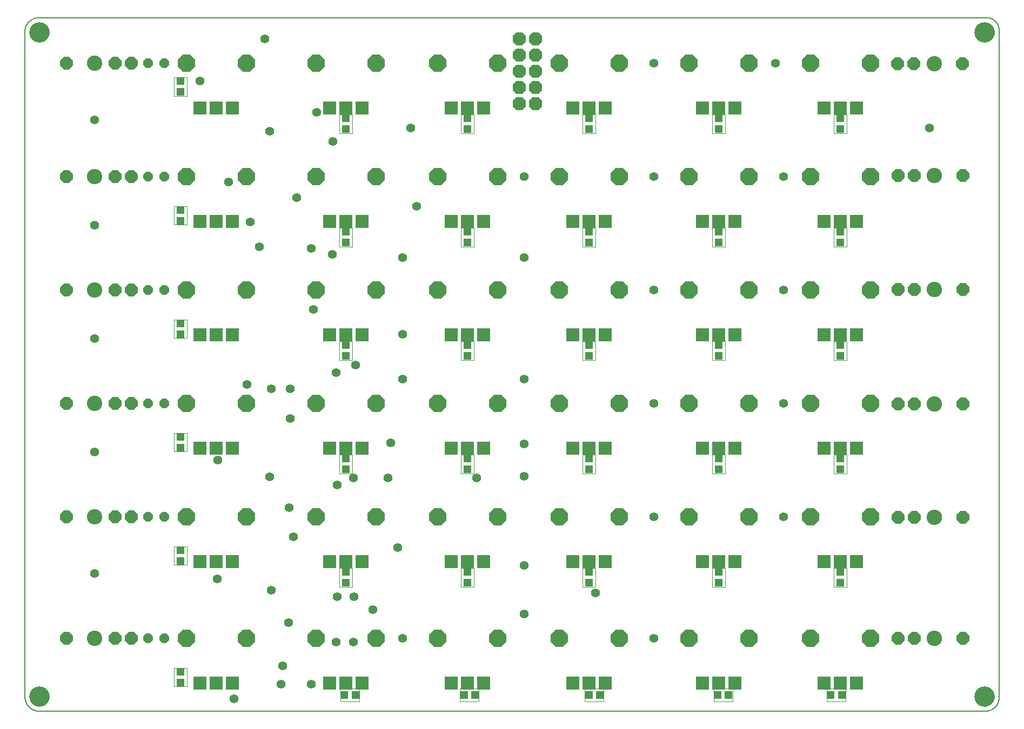
<source format=gts>
G75*
%MOIN*%
%OFA0B0*%
%FSLAX25Y25*%
%IPPOS*%
%LPD*%
%AMOC8*
5,1,8,0,0,1.08239X$1,22.5*
%
%ADD10C,0.00000*%
%ADD11C,0.12611*%
%ADD12C,0.00600*%
%ADD13OC8,0.07800*%
%ADD14C,0.09461*%
%ADD15OC8,0.06000*%
%ADD16C,0.00200*%
%ADD17R,0.04737X0.05131*%
%ADD18R,0.05131X0.04737*%
%ADD19R,0.08200X0.08200*%
%ADD20OC8,0.10800*%
%ADD21OC8,0.08200*%
%ADD22C,0.05550*%
D10*
X0012394Y0019831D02*
X0012396Y0019984D01*
X0012402Y0020138D01*
X0012412Y0020291D01*
X0012426Y0020443D01*
X0012444Y0020596D01*
X0012466Y0020747D01*
X0012491Y0020898D01*
X0012521Y0021049D01*
X0012555Y0021199D01*
X0012592Y0021347D01*
X0012633Y0021495D01*
X0012678Y0021641D01*
X0012727Y0021787D01*
X0012780Y0021931D01*
X0012836Y0022073D01*
X0012896Y0022214D01*
X0012960Y0022354D01*
X0013027Y0022492D01*
X0013098Y0022628D01*
X0013173Y0022762D01*
X0013250Y0022894D01*
X0013332Y0023024D01*
X0013416Y0023152D01*
X0013504Y0023278D01*
X0013595Y0023401D01*
X0013689Y0023522D01*
X0013787Y0023640D01*
X0013887Y0023756D01*
X0013991Y0023869D01*
X0014097Y0023980D01*
X0014206Y0024088D01*
X0014318Y0024193D01*
X0014432Y0024294D01*
X0014550Y0024393D01*
X0014669Y0024489D01*
X0014791Y0024582D01*
X0014916Y0024671D01*
X0015043Y0024758D01*
X0015172Y0024840D01*
X0015303Y0024920D01*
X0015436Y0024996D01*
X0015571Y0025069D01*
X0015708Y0025138D01*
X0015847Y0025203D01*
X0015987Y0025265D01*
X0016129Y0025323D01*
X0016272Y0025378D01*
X0016417Y0025429D01*
X0016563Y0025476D01*
X0016710Y0025519D01*
X0016858Y0025558D01*
X0017007Y0025594D01*
X0017157Y0025625D01*
X0017308Y0025653D01*
X0017459Y0025677D01*
X0017612Y0025697D01*
X0017764Y0025713D01*
X0017917Y0025725D01*
X0018070Y0025733D01*
X0018223Y0025737D01*
X0018377Y0025737D01*
X0018530Y0025733D01*
X0018683Y0025725D01*
X0018836Y0025713D01*
X0018988Y0025697D01*
X0019141Y0025677D01*
X0019292Y0025653D01*
X0019443Y0025625D01*
X0019593Y0025594D01*
X0019742Y0025558D01*
X0019890Y0025519D01*
X0020037Y0025476D01*
X0020183Y0025429D01*
X0020328Y0025378D01*
X0020471Y0025323D01*
X0020613Y0025265D01*
X0020753Y0025203D01*
X0020892Y0025138D01*
X0021029Y0025069D01*
X0021164Y0024996D01*
X0021297Y0024920D01*
X0021428Y0024840D01*
X0021557Y0024758D01*
X0021684Y0024671D01*
X0021809Y0024582D01*
X0021931Y0024489D01*
X0022050Y0024393D01*
X0022168Y0024294D01*
X0022282Y0024193D01*
X0022394Y0024088D01*
X0022503Y0023980D01*
X0022609Y0023869D01*
X0022713Y0023756D01*
X0022813Y0023640D01*
X0022911Y0023522D01*
X0023005Y0023401D01*
X0023096Y0023278D01*
X0023184Y0023152D01*
X0023268Y0023024D01*
X0023350Y0022894D01*
X0023427Y0022762D01*
X0023502Y0022628D01*
X0023573Y0022492D01*
X0023640Y0022354D01*
X0023704Y0022214D01*
X0023764Y0022073D01*
X0023820Y0021931D01*
X0023873Y0021787D01*
X0023922Y0021641D01*
X0023967Y0021495D01*
X0024008Y0021347D01*
X0024045Y0021199D01*
X0024079Y0021049D01*
X0024109Y0020898D01*
X0024134Y0020747D01*
X0024156Y0020596D01*
X0024174Y0020443D01*
X0024188Y0020291D01*
X0024198Y0020138D01*
X0024204Y0019984D01*
X0024206Y0019831D01*
X0024204Y0019678D01*
X0024198Y0019524D01*
X0024188Y0019371D01*
X0024174Y0019219D01*
X0024156Y0019066D01*
X0024134Y0018915D01*
X0024109Y0018764D01*
X0024079Y0018613D01*
X0024045Y0018463D01*
X0024008Y0018315D01*
X0023967Y0018167D01*
X0023922Y0018021D01*
X0023873Y0017875D01*
X0023820Y0017731D01*
X0023764Y0017589D01*
X0023704Y0017448D01*
X0023640Y0017308D01*
X0023573Y0017170D01*
X0023502Y0017034D01*
X0023427Y0016900D01*
X0023350Y0016768D01*
X0023268Y0016638D01*
X0023184Y0016510D01*
X0023096Y0016384D01*
X0023005Y0016261D01*
X0022911Y0016140D01*
X0022813Y0016022D01*
X0022713Y0015906D01*
X0022609Y0015793D01*
X0022503Y0015682D01*
X0022394Y0015574D01*
X0022282Y0015469D01*
X0022168Y0015368D01*
X0022050Y0015269D01*
X0021931Y0015173D01*
X0021809Y0015080D01*
X0021684Y0014991D01*
X0021557Y0014904D01*
X0021428Y0014822D01*
X0021297Y0014742D01*
X0021164Y0014666D01*
X0021029Y0014593D01*
X0020892Y0014524D01*
X0020753Y0014459D01*
X0020613Y0014397D01*
X0020471Y0014339D01*
X0020328Y0014284D01*
X0020183Y0014233D01*
X0020037Y0014186D01*
X0019890Y0014143D01*
X0019742Y0014104D01*
X0019593Y0014068D01*
X0019443Y0014037D01*
X0019292Y0014009D01*
X0019141Y0013985D01*
X0018988Y0013965D01*
X0018836Y0013949D01*
X0018683Y0013937D01*
X0018530Y0013929D01*
X0018377Y0013925D01*
X0018223Y0013925D01*
X0018070Y0013929D01*
X0017917Y0013937D01*
X0017764Y0013949D01*
X0017612Y0013965D01*
X0017459Y0013985D01*
X0017308Y0014009D01*
X0017157Y0014037D01*
X0017007Y0014068D01*
X0016858Y0014104D01*
X0016710Y0014143D01*
X0016563Y0014186D01*
X0016417Y0014233D01*
X0016272Y0014284D01*
X0016129Y0014339D01*
X0015987Y0014397D01*
X0015847Y0014459D01*
X0015708Y0014524D01*
X0015571Y0014593D01*
X0015436Y0014666D01*
X0015303Y0014742D01*
X0015172Y0014822D01*
X0015043Y0014904D01*
X0014916Y0014991D01*
X0014791Y0015080D01*
X0014669Y0015173D01*
X0014550Y0015269D01*
X0014432Y0015368D01*
X0014318Y0015469D01*
X0014206Y0015574D01*
X0014097Y0015682D01*
X0013991Y0015793D01*
X0013887Y0015906D01*
X0013787Y0016022D01*
X0013689Y0016140D01*
X0013595Y0016261D01*
X0013504Y0016384D01*
X0013416Y0016510D01*
X0013332Y0016638D01*
X0013250Y0016768D01*
X0013173Y0016900D01*
X0013098Y0017034D01*
X0013027Y0017170D01*
X0012960Y0017308D01*
X0012896Y0017448D01*
X0012836Y0017589D01*
X0012780Y0017731D01*
X0012727Y0017875D01*
X0012678Y0018021D01*
X0012633Y0018167D01*
X0012592Y0018315D01*
X0012555Y0018463D01*
X0012521Y0018613D01*
X0012491Y0018764D01*
X0012466Y0018915D01*
X0012444Y0019066D01*
X0012426Y0019219D01*
X0012412Y0019371D01*
X0012402Y0019524D01*
X0012396Y0019678D01*
X0012394Y0019831D01*
X0047969Y0055800D02*
X0047971Y0055931D01*
X0047977Y0056063D01*
X0047987Y0056194D01*
X0048001Y0056325D01*
X0048019Y0056455D01*
X0048041Y0056584D01*
X0048066Y0056713D01*
X0048096Y0056841D01*
X0048130Y0056968D01*
X0048167Y0057095D01*
X0048208Y0057219D01*
X0048253Y0057343D01*
X0048302Y0057465D01*
X0048354Y0057586D01*
X0048410Y0057704D01*
X0048470Y0057822D01*
X0048533Y0057937D01*
X0048600Y0058050D01*
X0048670Y0058162D01*
X0048743Y0058271D01*
X0048819Y0058377D01*
X0048899Y0058482D01*
X0048982Y0058584D01*
X0049068Y0058683D01*
X0049157Y0058780D01*
X0049249Y0058874D01*
X0049344Y0058965D01*
X0049441Y0059054D01*
X0049541Y0059139D01*
X0049644Y0059221D01*
X0049749Y0059300D01*
X0049856Y0059376D01*
X0049966Y0059448D01*
X0050078Y0059517D01*
X0050192Y0059583D01*
X0050307Y0059645D01*
X0050425Y0059704D01*
X0050544Y0059759D01*
X0050665Y0059811D01*
X0050788Y0059858D01*
X0050912Y0059902D01*
X0051037Y0059943D01*
X0051163Y0059979D01*
X0051291Y0060012D01*
X0051419Y0060040D01*
X0051548Y0060065D01*
X0051678Y0060086D01*
X0051808Y0060103D01*
X0051939Y0060116D01*
X0052070Y0060125D01*
X0052201Y0060130D01*
X0052333Y0060131D01*
X0052464Y0060128D01*
X0052596Y0060121D01*
X0052727Y0060110D01*
X0052857Y0060095D01*
X0052987Y0060076D01*
X0053117Y0060053D01*
X0053245Y0060027D01*
X0053373Y0059996D01*
X0053500Y0059961D01*
X0053626Y0059923D01*
X0053750Y0059881D01*
X0053874Y0059835D01*
X0053995Y0059785D01*
X0054115Y0059732D01*
X0054234Y0059675D01*
X0054351Y0059615D01*
X0054465Y0059551D01*
X0054578Y0059483D01*
X0054689Y0059412D01*
X0054798Y0059338D01*
X0054904Y0059261D01*
X0055008Y0059180D01*
X0055109Y0059097D01*
X0055208Y0059010D01*
X0055304Y0058920D01*
X0055397Y0058827D01*
X0055488Y0058732D01*
X0055575Y0058634D01*
X0055660Y0058533D01*
X0055741Y0058430D01*
X0055819Y0058324D01*
X0055894Y0058216D01*
X0055966Y0058106D01*
X0056034Y0057994D01*
X0056099Y0057880D01*
X0056160Y0057763D01*
X0056218Y0057645D01*
X0056272Y0057525D01*
X0056323Y0057404D01*
X0056370Y0057281D01*
X0056413Y0057157D01*
X0056452Y0057032D01*
X0056488Y0056905D01*
X0056519Y0056777D01*
X0056547Y0056649D01*
X0056571Y0056520D01*
X0056591Y0056390D01*
X0056607Y0056259D01*
X0056619Y0056128D01*
X0056627Y0055997D01*
X0056631Y0055866D01*
X0056631Y0055734D01*
X0056627Y0055603D01*
X0056619Y0055472D01*
X0056607Y0055341D01*
X0056591Y0055210D01*
X0056571Y0055080D01*
X0056547Y0054951D01*
X0056519Y0054823D01*
X0056488Y0054695D01*
X0056452Y0054568D01*
X0056413Y0054443D01*
X0056370Y0054319D01*
X0056323Y0054196D01*
X0056272Y0054075D01*
X0056218Y0053955D01*
X0056160Y0053837D01*
X0056099Y0053720D01*
X0056034Y0053606D01*
X0055966Y0053494D01*
X0055894Y0053384D01*
X0055819Y0053276D01*
X0055741Y0053170D01*
X0055660Y0053067D01*
X0055575Y0052966D01*
X0055488Y0052868D01*
X0055397Y0052773D01*
X0055304Y0052680D01*
X0055208Y0052590D01*
X0055109Y0052503D01*
X0055008Y0052420D01*
X0054904Y0052339D01*
X0054798Y0052262D01*
X0054689Y0052188D01*
X0054578Y0052117D01*
X0054466Y0052049D01*
X0054351Y0051985D01*
X0054234Y0051925D01*
X0054115Y0051868D01*
X0053995Y0051815D01*
X0053874Y0051765D01*
X0053750Y0051719D01*
X0053626Y0051677D01*
X0053500Y0051639D01*
X0053373Y0051604D01*
X0053245Y0051573D01*
X0053117Y0051547D01*
X0052987Y0051524D01*
X0052857Y0051505D01*
X0052727Y0051490D01*
X0052596Y0051479D01*
X0052464Y0051472D01*
X0052333Y0051469D01*
X0052201Y0051470D01*
X0052070Y0051475D01*
X0051939Y0051484D01*
X0051808Y0051497D01*
X0051678Y0051514D01*
X0051548Y0051535D01*
X0051419Y0051560D01*
X0051291Y0051588D01*
X0051163Y0051621D01*
X0051037Y0051657D01*
X0050912Y0051698D01*
X0050788Y0051742D01*
X0050665Y0051789D01*
X0050544Y0051841D01*
X0050425Y0051896D01*
X0050307Y0051955D01*
X0050192Y0052017D01*
X0050078Y0052083D01*
X0049966Y0052152D01*
X0049856Y0052224D01*
X0049749Y0052300D01*
X0049644Y0052379D01*
X0049541Y0052461D01*
X0049441Y0052546D01*
X0049344Y0052635D01*
X0049249Y0052726D01*
X0049157Y0052820D01*
X0049068Y0052917D01*
X0048982Y0053016D01*
X0048899Y0053118D01*
X0048819Y0053223D01*
X0048743Y0053329D01*
X0048670Y0053438D01*
X0048600Y0053550D01*
X0048533Y0053663D01*
X0048470Y0053778D01*
X0048410Y0053896D01*
X0048354Y0054014D01*
X0048302Y0054135D01*
X0048253Y0054257D01*
X0048208Y0054381D01*
X0048167Y0054505D01*
X0048130Y0054632D01*
X0048096Y0054759D01*
X0048066Y0054887D01*
X0048041Y0055016D01*
X0048019Y0055145D01*
X0048001Y0055275D01*
X0047987Y0055406D01*
X0047977Y0055537D01*
X0047971Y0055669D01*
X0047969Y0055800D01*
X0047969Y0130800D02*
X0047971Y0130931D01*
X0047977Y0131063D01*
X0047987Y0131194D01*
X0048001Y0131325D01*
X0048019Y0131455D01*
X0048041Y0131584D01*
X0048066Y0131713D01*
X0048096Y0131841D01*
X0048130Y0131968D01*
X0048167Y0132095D01*
X0048208Y0132219D01*
X0048253Y0132343D01*
X0048302Y0132465D01*
X0048354Y0132586D01*
X0048410Y0132704D01*
X0048470Y0132822D01*
X0048533Y0132937D01*
X0048600Y0133050D01*
X0048670Y0133162D01*
X0048743Y0133271D01*
X0048819Y0133377D01*
X0048899Y0133482D01*
X0048982Y0133584D01*
X0049068Y0133683D01*
X0049157Y0133780D01*
X0049249Y0133874D01*
X0049344Y0133965D01*
X0049441Y0134054D01*
X0049541Y0134139D01*
X0049644Y0134221D01*
X0049749Y0134300D01*
X0049856Y0134376D01*
X0049966Y0134448D01*
X0050078Y0134517D01*
X0050192Y0134583D01*
X0050307Y0134645D01*
X0050425Y0134704D01*
X0050544Y0134759D01*
X0050665Y0134811D01*
X0050788Y0134858D01*
X0050912Y0134902D01*
X0051037Y0134943D01*
X0051163Y0134979D01*
X0051291Y0135012D01*
X0051419Y0135040D01*
X0051548Y0135065D01*
X0051678Y0135086D01*
X0051808Y0135103D01*
X0051939Y0135116D01*
X0052070Y0135125D01*
X0052201Y0135130D01*
X0052333Y0135131D01*
X0052464Y0135128D01*
X0052596Y0135121D01*
X0052727Y0135110D01*
X0052857Y0135095D01*
X0052987Y0135076D01*
X0053117Y0135053D01*
X0053245Y0135027D01*
X0053373Y0134996D01*
X0053500Y0134961D01*
X0053626Y0134923D01*
X0053750Y0134881D01*
X0053874Y0134835D01*
X0053995Y0134785D01*
X0054115Y0134732D01*
X0054234Y0134675D01*
X0054351Y0134615D01*
X0054465Y0134551D01*
X0054578Y0134483D01*
X0054689Y0134412D01*
X0054798Y0134338D01*
X0054904Y0134261D01*
X0055008Y0134180D01*
X0055109Y0134097D01*
X0055208Y0134010D01*
X0055304Y0133920D01*
X0055397Y0133827D01*
X0055488Y0133732D01*
X0055575Y0133634D01*
X0055660Y0133533D01*
X0055741Y0133430D01*
X0055819Y0133324D01*
X0055894Y0133216D01*
X0055966Y0133106D01*
X0056034Y0132994D01*
X0056099Y0132880D01*
X0056160Y0132763D01*
X0056218Y0132645D01*
X0056272Y0132525D01*
X0056323Y0132404D01*
X0056370Y0132281D01*
X0056413Y0132157D01*
X0056452Y0132032D01*
X0056488Y0131905D01*
X0056519Y0131777D01*
X0056547Y0131649D01*
X0056571Y0131520D01*
X0056591Y0131390D01*
X0056607Y0131259D01*
X0056619Y0131128D01*
X0056627Y0130997D01*
X0056631Y0130866D01*
X0056631Y0130734D01*
X0056627Y0130603D01*
X0056619Y0130472D01*
X0056607Y0130341D01*
X0056591Y0130210D01*
X0056571Y0130080D01*
X0056547Y0129951D01*
X0056519Y0129823D01*
X0056488Y0129695D01*
X0056452Y0129568D01*
X0056413Y0129443D01*
X0056370Y0129319D01*
X0056323Y0129196D01*
X0056272Y0129075D01*
X0056218Y0128955D01*
X0056160Y0128837D01*
X0056099Y0128720D01*
X0056034Y0128606D01*
X0055966Y0128494D01*
X0055894Y0128384D01*
X0055819Y0128276D01*
X0055741Y0128170D01*
X0055660Y0128067D01*
X0055575Y0127966D01*
X0055488Y0127868D01*
X0055397Y0127773D01*
X0055304Y0127680D01*
X0055208Y0127590D01*
X0055109Y0127503D01*
X0055008Y0127420D01*
X0054904Y0127339D01*
X0054798Y0127262D01*
X0054689Y0127188D01*
X0054578Y0127117D01*
X0054466Y0127049D01*
X0054351Y0126985D01*
X0054234Y0126925D01*
X0054115Y0126868D01*
X0053995Y0126815D01*
X0053874Y0126765D01*
X0053750Y0126719D01*
X0053626Y0126677D01*
X0053500Y0126639D01*
X0053373Y0126604D01*
X0053245Y0126573D01*
X0053117Y0126547D01*
X0052987Y0126524D01*
X0052857Y0126505D01*
X0052727Y0126490D01*
X0052596Y0126479D01*
X0052464Y0126472D01*
X0052333Y0126469D01*
X0052201Y0126470D01*
X0052070Y0126475D01*
X0051939Y0126484D01*
X0051808Y0126497D01*
X0051678Y0126514D01*
X0051548Y0126535D01*
X0051419Y0126560D01*
X0051291Y0126588D01*
X0051163Y0126621D01*
X0051037Y0126657D01*
X0050912Y0126698D01*
X0050788Y0126742D01*
X0050665Y0126789D01*
X0050544Y0126841D01*
X0050425Y0126896D01*
X0050307Y0126955D01*
X0050192Y0127017D01*
X0050078Y0127083D01*
X0049966Y0127152D01*
X0049856Y0127224D01*
X0049749Y0127300D01*
X0049644Y0127379D01*
X0049541Y0127461D01*
X0049441Y0127546D01*
X0049344Y0127635D01*
X0049249Y0127726D01*
X0049157Y0127820D01*
X0049068Y0127917D01*
X0048982Y0128016D01*
X0048899Y0128118D01*
X0048819Y0128223D01*
X0048743Y0128329D01*
X0048670Y0128438D01*
X0048600Y0128550D01*
X0048533Y0128663D01*
X0048470Y0128778D01*
X0048410Y0128896D01*
X0048354Y0129014D01*
X0048302Y0129135D01*
X0048253Y0129257D01*
X0048208Y0129381D01*
X0048167Y0129505D01*
X0048130Y0129632D01*
X0048096Y0129759D01*
X0048066Y0129887D01*
X0048041Y0130016D01*
X0048019Y0130145D01*
X0048001Y0130275D01*
X0047987Y0130406D01*
X0047977Y0130537D01*
X0047971Y0130669D01*
X0047969Y0130800D01*
X0047969Y0200800D02*
X0047971Y0200931D01*
X0047977Y0201063D01*
X0047987Y0201194D01*
X0048001Y0201325D01*
X0048019Y0201455D01*
X0048041Y0201584D01*
X0048066Y0201713D01*
X0048096Y0201841D01*
X0048130Y0201968D01*
X0048167Y0202095D01*
X0048208Y0202219D01*
X0048253Y0202343D01*
X0048302Y0202465D01*
X0048354Y0202586D01*
X0048410Y0202704D01*
X0048470Y0202822D01*
X0048533Y0202937D01*
X0048600Y0203050D01*
X0048670Y0203162D01*
X0048743Y0203271D01*
X0048819Y0203377D01*
X0048899Y0203482D01*
X0048982Y0203584D01*
X0049068Y0203683D01*
X0049157Y0203780D01*
X0049249Y0203874D01*
X0049344Y0203965D01*
X0049441Y0204054D01*
X0049541Y0204139D01*
X0049644Y0204221D01*
X0049749Y0204300D01*
X0049856Y0204376D01*
X0049966Y0204448D01*
X0050078Y0204517D01*
X0050192Y0204583D01*
X0050307Y0204645D01*
X0050425Y0204704D01*
X0050544Y0204759D01*
X0050665Y0204811D01*
X0050788Y0204858D01*
X0050912Y0204902D01*
X0051037Y0204943D01*
X0051163Y0204979D01*
X0051291Y0205012D01*
X0051419Y0205040D01*
X0051548Y0205065D01*
X0051678Y0205086D01*
X0051808Y0205103D01*
X0051939Y0205116D01*
X0052070Y0205125D01*
X0052201Y0205130D01*
X0052333Y0205131D01*
X0052464Y0205128D01*
X0052596Y0205121D01*
X0052727Y0205110D01*
X0052857Y0205095D01*
X0052987Y0205076D01*
X0053117Y0205053D01*
X0053245Y0205027D01*
X0053373Y0204996D01*
X0053500Y0204961D01*
X0053626Y0204923D01*
X0053750Y0204881D01*
X0053874Y0204835D01*
X0053995Y0204785D01*
X0054115Y0204732D01*
X0054234Y0204675D01*
X0054351Y0204615D01*
X0054465Y0204551D01*
X0054578Y0204483D01*
X0054689Y0204412D01*
X0054798Y0204338D01*
X0054904Y0204261D01*
X0055008Y0204180D01*
X0055109Y0204097D01*
X0055208Y0204010D01*
X0055304Y0203920D01*
X0055397Y0203827D01*
X0055488Y0203732D01*
X0055575Y0203634D01*
X0055660Y0203533D01*
X0055741Y0203430D01*
X0055819Y0203324D01*
X0055894Y0203216D01*
X0055966Y0203106D01*
X0056034Y0202994D01*
X0056099Y0202880D01*
X0056160Y0202763D01*
X0056218Y0202645D01*
X0056272Y0202525D01*
X0056323Y0202404D01*
X0056370Y0202281D01*
X0056413Y0202157D01*
X0056452Y0202032D01*
X0056488Y0201905D01*
X0056519Y0201777D01*
X0056547Y0201649D01*
X0056571Y0201520D01*
X0056591Y0201390D01*
X0056607Y0201259D01*
X0056619Y0201128D01*
X0056627Y0200997D01*
X0056631Y0200866D01*
X0056631Y0200734D01*
X0056627Y0200603D01*
X0056619Y0200472D01*
X0056607Y0200341D01*
X0056591Y0200210D01*
X0056571Y0200080D01*
X0056547Y0199951D01*
X0056519Y0199823D01*
X0056488Y0199695D01*
X0056452Y0199568D01*
X0056413Y0199443D01*
X0056370Y0199319D01*
X0056323Y0199196D01*
X0056272Y0199075D01*
X0056218Y0198955D01*
X0056160Y0198837D01*
X0056099Y0198720D01*
X0056034Y0198606D01*
X0055966Y0198494D01*
X0055894Y0198384D01*
X0055819Y0198276D01*
X0055741Y0198170D01*
X0055660Y0198067D01*
X0055575Y0197966D01*
X0055488Y0197868D01*
X0055397Y0197773D01*
X0055304Y0197680D01*
X0055208Y0197590D01*
X0055109Y0197503D01*
X0055008Y0197420D01*
X0054904Y0197339D01*
X0054798Y0197262D01*
X0054689Y0197188D01*
X0054578Y0197117D01*
X0054466Y0197049D01*
X0054351Y0196985D01*
X0054234Y0196925D01*
X0054115Y0196868D01*
X0053995Y0196815D01*
X0053874Y0196765D01*
X0053750Y0196719D01*
X0053626Y0196677D01*
X0053500Y0196639D01*
X0053373Y0196604D01*
X0053245Y0196573D01*
X0053117Y0196547D01*
X0052987Y0196524D01*
X0052857Y0196505D01*
X0052727Y0196490D01*
X0052596Y0196479D01*
X0052464Y0196472D01*
X0052333Y0196469D01*
X0052201Y0196470D01*
X0052070Y0196475D01*
X0051939Y0196484D01*
X0051808Y0196497D01*
X0051678Y0196514D01*
X0051548Y0196535D01*
X0051419Y0196560D01*
X0051291Y0196588D01*
X0051163Y0196621D01*
X0051037Y0196657D01*
X0050912Y0196698D01*
X0050788Y0196742D01*
X0050665Y0196789D01*
X0050544Y0196841D01*
X0050425Y0196896D01*
X0050307Y0196955D01*
X0050192Y0197017D01*
X0050078Y0197083D01*
X0049966Y0197152D01*
X0049856Y0197224D01*
X0049749Y0197300D01*
X0049644Y0197379D01*
X0049541Y0197461D01*
X0049441Y0197546D01*
X0049344Y0197635D01*
X0049249Y0197726D01*
X0049157Y0197820D01*
X0049068Y0197917D01*
X0048982Y0198016D01*
X0048899Y0198118D01*
X0048819Y0198223D01*
X0048743Y0198329D01*
X0048670Y0198438D01*
X0048600Y0198550D01*
X0048533Y0198663D01*
X0048470Y0198778D01*
X0048410Y0198896D01*
X0048354Y0199014D01*
X0048302Y0199135D01*
X0048253Y0199257D01*
X0048208Y0199381D01*
X0048167Y0199505D01*
X0048130Y0199632D01*
X0048096Y0199759D01*
X0048066Y0199887D01*
X0048041Y0200016D01*
X0048019Y0200145D01*
X0048001Y0200275D01*
X0047987Y0200406D01*
X0047977Y0200537D01*
X0047971Y0200669D01*
X0047969Y0200800D01*
X0047969Y0270800D02*
X0047971Y0270931D01*
X0047977Y0271063D01*
X0047987Y0271194D01*
X0048001Y0271325D01*
X0048019Y0271455D01*
X0048041Y0271584D01*
X0048066Y0271713D01*
X0048096Y0271841D01*
X0048130Y0271968D01*
X0048167Y0272095D01*
X0048208Y0272219D01*
X0048253Y0272343D01*
X0048302Y0272465D01*
X0048354Y0272586D01*
X0048410Y0272704D01*
X0048470Y0272822D01*
X0048533Y0272937D01*
X0048600Y0273050D01*
X0048670Y0273162D01*
X0048743Y0273271D01*
X0048819Y0273377D01*
X0048899Y0273482D01*
X0048982Y0273584D01*
X0049068Y0273683D01*
X0049157Y0273780D01*
X0049249Y0273874D01*
X0049344Y0273965D01*
X0049441Y0274054D01*
X0049541Y0274139D01*
X0049644Y0274221D01*
X0049749Y0274300D01*
X0049856Y0274376D01*
X0049966Y0274448D01*
X0050078Y0274517D01*
X0050192Y0274583D01*
X0050307Y0274645D01*
X0050425Y0274704D01*
X0050544Y0274759D01*
X0050665Y0274811D01*
X0050788Y0274858D01*
X0050912Y0274902D01*
X0051037Y0274943D01*
X0051163Y0274979D01*
X0051291Y0275012D01*
X0051419Y0275040D01*
X0051548Y0275065D01*
X0051678Y0275086D01*
X0051808Y0275103D01*
X0051939Y0275116D01*
X0052070Y0275125D01*
X0052201Y0275130D01*
X0052333Y0275131D01*
X0052464Y0275128D01*
X0052596Y0275121D01*
X0052727Y0275110D01*
X0052857Y0275095D01*
X0052987Y0275076D01*
X0053117Y0275053D01*
X0053245Y0275027D01*
X0053373Y0274996D01*
X0053500Y0274961D01*
X0053626Y0274923D01*
X0053750Y0274881D01*
X0053874Y0274835D01*
X0053995Y0274785D01*
X0054115Y0274732D01*
X0054234Y0274675D01*
X0054351Y0274615D01*
X0054465Y0274551D01*
X0054578Y0274483D01*
X0054689Y0274412D01*
X0054798Y0274338D01*
X0054904Y0274261D01*
X0055008Y0274180D01*
X0055109Y0274097D01*
X0055208Y0274010D01*
X0055304Y0273920D01*
X0055397Y0273827D01*
X0055488Y0273732D01*
X0055575Y0273634D01*
X0055660Y0273533D01*
X0055741Y0273430D01*
X0055819Y0273324D01*
X0055894Y0273216D01*
X0055966Y0273106D01*
X0056034Y0272994D01*
X0056099Y0272880D01*
X0056160Y0272763D01*
X0056218Y0272645D01*
X0056272Y0272525D01*
X0056323Y0272404D01*
X0056370Y0272281D01*
X0056413Y0272157D01*
X0056452Y0272032D01*
X0056488Y0271905D01*
X0056519Y0271777D01*
X0056547Y0271649D01*
X0056571Y0271520D01*
X0056591Y0271390D01*
X0056607Y0271259D01*
X0056619Y0271128D01*
X0056627Y0270997D01*
X0056631Y0270866D01*
X0056631Y0270734D01*
X0056627Y0270603D01*
X0056619Y0270472D01*
X0056607Y0270341D01*
X0056591Y0270210D01*
X0056571Y0270080D01*
X0056547Y0269951D01*
X0056519Y0269823D01*
X0056488Y0269695D01*
X0056452Y0269568D01*
X0056413Y0269443D01*
X0056370Y0269319D01*
X0056323Y0269196D01*
X0056272Y0269075D01*
X0056218Y0268955D01*
X0056160Y0268837D01*
X0056099Y0268720D01*
X0056034Y0268606D01*
X0055966Y0268494D01*
X0055894Y0268384D01*
X0055819Y0268276D01*
X0055741Y0268170D01*
X0055660Y0268067D01*
X0055575Y0267966D01*
X0055488Y0267868D01*
X0055397Y0267773D01*
X0055304Y0267680D01*
X0055208Y0267590D01*
X0055109Y0267503D01*
X0055008Y0267420D01*
X0054904Y0267339D01*
X0054798Y0267262D01*
X0054689Y0267188D01*
X0054578Y0267117D01*
X0054466Y0267049D01*
X0054351Y0266985D01*
X0054234Y0266925D01*
X0054115Y0266868D01*
X0053995Y0266815D01*
X0053874Y0266765D01*
X0053750Y0266719D01*
X0053626Y0266677D01*
X0053500Y0266639D01*
X0053373Y0266604D01*
X0053245Y0266573D01*
X0053117Y0266547D01*
X0052987Y0266524D01*
X0052857Y0266505D01*
X0052727Y0266490D01*
X0052596Y0266479D01*
X0052464Y0266472D01*
X0052333Y0266469D01*
X0052201Y0266470D01*
X0052070Y0266475D01*
X0051939Y0266484D01*
X0051808Y0266497D01*
X0051678Y0266514D01*
X0051548Y0266535D01*
X0051419Y0266560D01*
X0051291Y0266588D01*
X0051163Y0266621D01*
X0051037Y0266657D01*
X0050912Y0266698D01*
X0050788Y0266742D01*
X0050665Y0266789D01*
X0050544Y0266841D01*
X0050425Y0266896D01*
X0050307Y0266955D01*
X0050192Y0267017D01*
X0050078Y0267083D01*
X0049966Y0267152D01*
X0049856Y0267224D01*
X0049749Y0267300D01*
X0049644Y0267379D01*
X0049541Y0267461D01*
X0049441Y0267546D01*
X0049344Y0267635D01*
X0049249Y0267726D01*
X0049157Y0267820D01*
X0049068Y0267917D01*
X0048982Y0268016D01*
X0048899Y0268118D01*
X0048819Y0268223D01*
X0048743Y0268329D01*
X0048670Y0268438D01*
X0048600Y0268550D01*
X0048533Y0268663D01*
X0048470Y0268778D01*
X0048410Y0268896D01*
X0048354Y0269014D01*
X0048302Y0269135D01*
X0048253Y0269257D01*
X0048208Y0269381D01*
X0048167Y0269505D01*
X0048130Y0269632D01*
X0048096Y0269759D01*
X0048066Y0269887D01*
X0048041Y0270016D01*
X0048019Y0270145D01*
X0048001Y0270275D01*
X0047987Y0270406D01*
X0047977Y0270537D01*
X0047971Y0270669D01*
X0047969Y0270800D01*
X0047969Y0340800D02*
X0047971Y0340931D01*
X0047977Y0341063D01*
X0047987Y0341194D01*
X0048001Y0341325D01*
X0048019Y0341455D01*
X0048041Y0341584D01*
X0048066Y0341713D01*
X0048096Y0341841D01*
X0048130Y0341968D01*
X0048167Y0342095D01*
X0048208Y0342219D01*
X0048253Y0342343D01*
X0048302Y0342465D01*
X0048354Y0342586D01*
X0048410Y0342704D01*
X0048470Y0342822D01*
X0048533Y0342937D01*
X0048600Y0343050D01*
X0048670Y0343162D01*
X0048743Y0343271D01*
X0048819Y0343377D01*
X0048899Y0343482D01*
X0048982Y0343584D01*
X0049068Y0343683D01*
X0049157Y0343780D01*
X0049249Y0343874D01*
X0049344Y0343965D01*
X0049441Y0344054D01*
X0049541Y0344139D01*
X0049644Y0344221D01*
X0049749Y0344300D01*
X0049856Y0344376D01*
X0049966Y0344448D01*
X0050078Y0344517D01*
X0050192Y0344583D01*
X0050307Y0344645D01*
X0050425Y0344704D01*
X0050544Y0344759D01*
X0050665Y0344811D01*
X0050788Y0344858D01*
X0050912Y0344902D01*
X0051037Y0344943D01*
X0051163Y0344979D01*
X0051291Y0345012D01*
X0051419Y0345040D01*
X0051548Y0345065D01*
X0051678Y0345086D01*
X0051808Y0345103D01*
X0051939Y0345116D01*
X0052070Y0345125D01*
X0052201Y0345130D01*
X0052333Y0345131D01*
X0052464Y0345128D01*
X0052596Y0345121D01*
X0052727Y0345110D01*
X0052857Y0345095D01*
X0052987Y0345076D01*
X0053117Y0345053D01*
X0053245Y0345027D01*
X0053373Y0344996D01*
X0053500Y0344961D01*
X0053626Y0344923D01*
X0053750Y0344881D01*
X0053874Y0344835D01*
X0053995Y0344785D01*
X0054115Y0344732D01*
X0054234Y0344675D01*
X0054351Y0344615D01*
X0054465Y0344551D01*
X0054578Y0344483D01*
X0054689Y0344412D01*
X0054798Y0344338D01*
X0054904Y0344261D01*
X0055008Y0344180D01*
X0055109Y0344097D01*
X0055208Y0344010D01*
X0055304Y0343920D01*
X0055397Y0343827D01*
X0055488Y0343732D01*
X0055575Y0343634D01*
X0055660Y0343533D01*
X0055741Y0343430D01*
X0055819Y0343324D01*
X0055894Y0343216D01*
X0055966Y0343106D01*
X0056034Y0342994D01*
X0056099Y0342880D01*
X0056160Y0342763D01*
X0056218Y0342645D01*
X0056272Y0342525D01*
X0056323Y0342404D01*
X0056370Y0342281D01*
X0056413Y0342157D01*
X0056452Y0342032D01*
X0056488Y0341905D01*
X0056519Y0341777D01*
X0056547Y0341649D01*
X0056571Y0341520D01*
X0056591Y0341390D01*
X0056607Y0341259D01*
X0056619Y0341128D01*
X0056627Y0340997D01*
X0056631Y0340866D01*
X0056631Y0340734D01*
X0056627Y0340603D01*
X0056619Y0340472D01*
X0056607Y0340341D01*
X0056591Y0340210D01*
X0056571Y0340080D01*
X0056547Y0339951D01*
X0056519Y0339823D01*
X0056488Y0339695D01*
X0056452Y0339568D01*
X0056413Y0339443D01*
X0056370Y0339319D01*
X0056323Y0339196D01*
X0056272Y0339075D01*
X0056218Y0338955D01*
X0056160Y0338837D01*
X0056099Y0338720D01*
X0056034Y0338606D01*
X0055966Y0338494D01*
X0055894Y0338384D01*
X0055819Y0338276D01*
X0055741Y0338170D01*
X0055660Y0338067D01*
X0055575Y0337966D01*
X0055488Y0337868D01*
X0055397Y0337773D01*
X0055304Y0337680D01*
X0055208Y0337590D01*
X0055109Y0337503D01*
X0055008Y0337420D01*
X0054904Y0337339D01*
X0054798Y0337262D01*
X0054689Y0337188D01*
X0054578Y0337117D01*
X0054466Y0337049D01*
X0054351Y0336985D01*
X0054234Y0336925D01*
X0054115Y0336868D01*
X0053995Y0336815D01*
X0053874Y0336765D01*
X0053750Y0336719D01*
X0053626Y0336677D01*
X0053500Y0336639D01*
X0053373Y0336604D01*
X0053245Y0336573D01*
X0053117Y0336547D01*
X0052987Y0336524D01*
X0052857Y0336505D01*
X0052727Y0336490D01*
X0052596Y0336479D01*
X0052464Y0336472D01*
X0052333Y0336469D01*
X0052201Y0336470D01*
X0052070Y0336475D01*
X0051939Y0336484D01*
X0051808Y0336497D01*
X0051678Y0336514D01*
X0051548Y0336535D01*
X0051419Y0336560D01*
X0051291Y0336588D01*
X0051163Y0336621D01*
X0051037Y0336657D01*
X0050912Y0336698D01*
X0050788Y0336742D01*
X0050665Y0336789D01*
X0050544Y0336841D01*
X0050425Y0336896D01*
X0050307Y0336955D01*
X0050192Y0337017D01*
X0050078Y0337083D01*
X0049966Y0337152D01*
X0049856Y0337224D01*
X0049749Y0337300D01*
X0049644Y0337379D01*
X0049541Y0337461D01*
X0049441Y0337546D01*
X0049344Y0337635D01*
X0049249Y0337726D01*
X0049157Y0337820D01*
X0049068Y0337917D01*
X0048982Y0338016D01*
X0048899Y0338118D01*
X0048819Y0338223D01*
X0048743Y0338329D01*
X0048670Y0338438D01*
X0048600Y0338550D01*
X0048533Y0338663D01*
X0048470Y0338778D01*
X0048410Y0338896D01*
X0048354Y0339014D01*
X0048302Y0339135D01*
X0048253Y0339257D01*
X0048208Y0339381D01*
X0048167Y0339505D01*
X0048130Y0339632D01*
X0048096Y0339759D01*
X0048066Y0339887D01*
X0048041Y0340016D01*
X0048019Y0340145D01*
X0048001Y0340275D01*
X0047987Y0340406D01*
X0047977Y0340537D01*
X0047971Y0340669D01*
X0047969Y0340800D01*
X0047969Y0410800D02*
X0047971Y0410931D01*
X0047977Y0411063D01*
X0047987Y0411194D01*
X0048001Y0411325D01*
X0048019Y0411455D01*
X0048041Y0411584D01*
X0048066Y0411713D01*
X0048096Y0411841D01*
X0048130Y0411968D01*
X0048167Y0412095D01*
X0048208Y0412219D01*
X0048253Y0412343D01*
X0048302Y0412465D01*
X0048354Y0412586D01*
X0048410Y0412704D01*
X0048470Y0412822D01*
X0048533Y0412937D01*
X0048600Y0413050D01*
X0048670Y0413162D01*
X0048743Y0413271D01*
X0048819Y0413377D01*
X0048899Y0413482D01*
X0048982Y0413584D01*
X0049068Y0413683D01*
X0049157Y0413780D01*
X0049249Y0413874D01*
X0049344Y0413965D01*
X0049441Y0414054D01*
X0049541Y0414139D01*
X0049644Y0414221D01*
X0049749Y0414300D01*
X0049856Y0414376D01*
X0049966Y0414448D01*
X0050078Y0414517D01*
X0050192Y0414583D01*
X0050307Y0414645D01*
X0050425Y0414704D01*
X0050544Y0414759D01*
X0050665Y0414811D01*
X0050788Y0414858D01*
X0050912Y0414902D01*
X0051037Y0414943D01*
X0051163Y0414979D01*
X0051291Y0415012D01*
X0051419Y0415040D01*
X0051548Y0415065D01*
X0051678Y0415086D01*
X0051808Y0415103D01*
X0051939Y0415116D01*
X0052070Y0415125D01*
X0052201Y0415130D01*
X0052333Y0415131D01*
X0052464Y0415128D01*
X0052596Y0415121D01*
X0052727Y0415110D01*
X0052857Y0415095D01*
X0052987Y0415076D01*
X0053117Y0415053D01*
X0053245Y0415027D01*
X0053373Y0414996D01*
X0053500Y0414961D01*
X0053626Y0414923D01*
X0053750Y0414881D01*
X0053874Y0414835D01*
X0053995Y0414785D01*
X0054115Y0414732D01*
X0054234Y0414675D01*
X0054351Y0414615D01*
X0054465Y0414551D01*
X0054578Y0414483D01*
X0054689Y0414412D01*
X0054798Y0414338D01*
X0054904Y0414261D01*
X0055008Y0414180D01*
X0055109Y0414097D01*
X0055208Y0414010D01*
X0055304Y0413920D01*
X0055397Y0413827D01*
X0055488Y0413732D01*
X0055575Y0413634D01*
X0055660Y0413533D01*
X0055741Y0413430D01*
X0055819Y0413324D01*
X0055894Y0413216D01*
X0055966Y0413106D01*
X0056034Y0412994D01*
X0056099Y0412880D01*
X0056160Y0412763D01*
X0056218Y0412645D01*
X0056272Y0412525D01*
X0056323Y0412404D01*
X0056370Y0412281D01*
X0056413Y0412157D01*
X0056452Y0412032D01*
X0056488Y0411905D01*
X0056519Y0411777D01*
X0056547Y0411649D01*
X0056571Y0411520D01*
X0056591Y0411390D01*
X0056607Y0411259D01*
X0056619Y0411128D01*
X0056627Y0410997D01*
X0056631Y0410866D01*
X0056631Y0410734D01*
X0056627Y0410603D01*
X0056619Y0410472D01*
X0056607Y0410341D01*
X0056591Y0410210D01*
X0056571Y0410080D01*
X0056547Y0409951D01*
X0056519Y0409823D01*
X0056488Y0409695D01*
X0056452Y0409568D01*
X0056413Y0409443D01*
X0056370Y0409319D01*
X0056323Y0409196D01*
X0056272Y0409075D01*
X0056218Y0408955D01*
X0056160Y0408837D01*
X0056099Y0408720D01*
X0056034Y0408606D01*
X0055966Y0408494D01*
X0055894Y0408384D01*
X0055819Y0408276D01*
X0055741Y0408170D01*
X0055660Y0408067D01*
X0055575Y0407966D01*
X0055488Y0407868D01*
X0055397Y0407773D01*
X0055304Y0407680D01*
X0055208Y0407590D01*
X0055109Y0407503D01*
X0055008Y0407420D01*
X0054904Y0407339D01*
X0054798Y0407262D01*
X0054689Y0407188D01*
X0054578Y0407117D01*
X0054466Y0407049D01*
X0054351Y0406985D01*
X0054234Y0406925D01*
X0054115Y0406868D01*
X0053995Y0406815D01*
X0053874Y0406765D01*
X0053750Y0406719D01*
X0053626Y0406677D01*
X0053500Y0406639D01*
X0053373Y0406604D01*
X0053245Y0406573D01*
X0053117Y0406547D01*
X0052987Y0406524D01*
X0052857Y0406505D01*
X0052727Y0406490D01*
X0052596Y0406479D01*
X0052464Y0406472D01*
X0052333Y0406469D01*
X0052201Y0406470D01*
X0052070Y0406475D01*
X0051939Y0406484D01*
X0051808Y0406497D01*
X0051678Y0406514D01*
X0051548Y0406535D01*
X0051419Y0406560D01*
X0051291Y0406588D01*
X0051163Y0406621D01*
X0051037Y0406657D01*
X0050912Y0406698D01*
X0050788Y0406742D01*
X0050665Y0406789D01*
X0050544Y0406841D01*
X0050425Y0406896D01*
X0050307Y0406955D01*
X0050192Y0407017D01*
X0050078Y0407083D01*
X0049966Y0407152D01*
X0049856Y0407224D01*
X0049749Y0407300D01*
X0049644Y0407379D01*
X0049541Y0407461D01*
X0049441Y0407546D01*
X0049344Y0407635D01*
X0049249Y0407726D01*
X0049157Y0407820D01*
X0049068Y0407917D01*
X0048982Y0408016D01*
X0048899Y0408118D01*
X0048819Y0408223D01*
X0048743Y0408329D01*
X0048670Y0408438D01*
X0048600Y0408550D01*
X0048533Y0408663D01*
X0048470Y0408778D01*
X0048410Y0408896D01*
X0048354Y0409014D01*
X0048302Y0409135D01*
X0048253Y0409257D01*
X0048208Y0409381D01*
X0048167Y0409505D01*
X0048130Y0409632D01*
X0048096Y0409759D01*
X0048066Y0409887D01*
X0048041Y0410016D01*
X0048019Y0410145D01*
X0048001Y0410275D01*
X0047987Y0410406D01*
X0047977Y0410537D01*
X0047971Y0410669D01*
X0047969Y0410800D01*
X0012394Y0429800D02*
X0012396Y0429953D01*
X0012402Y0430107D01*
X0012412Y0430260D01*
X0012426Y0430412D01*
X0012444Y0430565D01*
X0012466Y0430716D01*
X0012491Y0430867D01*
X0012521Y0431018D01*
X0012555Y0431168D01*
X0012592Y0431316D01*
X0012633Y0431464D01*
X0012678Y0431610D01*
X0012727Y0431756D01*
X0012780Y0431900D01*
X0012836Y0432042D01*
X0012896Y0432183D01*
X0012960Y0432323D01*
X0013027Y0432461D01*
X0013098Y0432597D01*
X0013173Y0432731D01*
X0013250Y0432863D01*
X0013332Y0432993D01*
X0013416Y0433121D01*
X0013504Y0433247D01*
X0013595Y0433370D01*
X0013689Y0433491D01*
X0013787Y0433609D01*
X0013887Y0433725D01*
X0013991Y0433838D01*
X0014097Y0433949D01*
X0014206Y0434057D01*
X0014318Y0434162D01*
X0014432Y0434263D01*
X0014550Y0434362D01*
X0014669Y0434458D01*
X0014791Y0434551D01*
X0014916Y0434640D01*
X0015043Y0434727D01*
X0015172Y0434809D01*
X0015303Y0434889D01*
X0015436Y0434965D01*
X0015571Y0435038D01*
X0015708Y0435107D01*
X0015847Y0435172D01*
X0015987Y0435234D01*
X0016129Y0435292D01*
X0016272Y0435347D01*
X0016417Y0435398D01*
X0016563Y0435445D01*
X0016710Y0435488D01*
X0016858Y0435527D01*
X0017007Y0435563D01*
X0017157Y0435594D01*
X0017308Y0435622D01*
X0017459Y0435646D01*
X0017612Y0435666D01*
X0017764Y0435682D01*
X0017917Y0435694D01*
X0018070Y0435702D01*
X0018223Y0435706D01*
X0018377Y0435706D01*
X0018530Y0435702D01*
X0018683Y0435694D01*
X0018836Y0435682D01*
X0018988Y0435666D01*
X0019141Y0435646D01*
X0019292Y0435622D01*
X0019443Y0435594D01*
X0019593Y0435563D01*
X0019742Y0435527D01*
X0019890Y0435488D01*
X0020037Y0435445D01*
X0020183Y0435398D01*
X0020328Y0435347D01*
X0020471Y0435292D01*
X0020613Y0435234D01*
X0020753Y0435172D01*
X0020892Y0435107D01*
X0021029Y0435038D01*
X0021164Y0434965D01*
X0021297Y0434889D01*
X0021428Y0434809D01*
X0021557Y0434727D01*
X0021684Y0434640D01*
X0021809Y0434551D01*
X0021931Y0434458D01*
X0022050Y0434362D01*
X0022168Y0434263D01*
X0022282Y0434162D01*
X0022394Y0434057D01*
X0022503Y0433949D01*
X0022609Y0433838D01*
X0022713Y0433725D01*
X0022813Y0433609D01*
X0022911Y0433491D01*
X0023005Y0433370D01*
X0023096Y0433247D01*
X0023184Y0433121D01*
X0023268Y0432993D01*
X0023350Y0432863D01*
X0023427Y0432731D01*
X0023502Y0432597D01*
X0023573Y0432461D01*
X0023640Y0432323D01*
X0023704Y0432183D01*
X0023764Y0432042D01*
X0023820Y0431900D01*
X0023873Y0431756D01*
X0023922Y0431610D01*
X0023967Y0431464D01*
X0024008Y0431316D01*
X0024045Y0431168D01*
X0024079Y0431018D01*
X0024109Y0430867D01*
X0024134Y0430716D01*
X0024156Y0430565D01*
X0024174Y0430412D01*
X0024188Y0430260D01*
X0024198Y0430107D01*
X0024204Y0429953D01*
X0024206Y0429800D01*
X0024204Y0429647D01*
X0024198Y0429493D01*
X0024188Y0429340D01*
X0024174Y0429188D01*
X0024156Y0429035D01*
X0024134Y0428884D01*
X0024109Y0428733D01*
X0024079Y0428582D01*
X0024045Y0428432D01*
X0024008Y0428284D01*
X0023967Y0428136D01*
X0023922Y0427990D01*
X0023873Y0427844D01*
X0023820Y0427700D01*
X0023764Y0427558D01*
X0023704Y0427417D01*
X0023640Y0427277D01*
X0023573Y0427139D01*
X0023502Y0427003D01*
X0023427Y0426869D01*
X0023350Y0426737D01*
X0023268Y0426607D01*
X0023184Y0426479D01*
X0023096Y0426353D01*
X0023005Y0426230D01*
X0022911Y0426109D01*
X0022813Y0425991D01*
X0022713Y0425875D01*
X0022609Y0425762D01*
X0022503Y0425651D01*
X0022394Y0425543D01*
X0022282Y0425438D01*
X0022168Y0425337D01*
X0022050Y0425238D01*
X0021931Y0425142D01*
X0021809Y0425049D01*
X0021684Y0424960D01*
X0021557Y0424873D01*
X0021428Y0424791D01*
X0021297Y0424711D01*
X0021164Y0424635D01*
X0021029Y0424562D01*
X0020892Y0424493D01*
X0020753Y0424428D01*
X0020613Y0424366D01*
X0020471Y0424308D01*
X0020328Y0424253D01*
X0020183Y0424202D01*
X0020037Y0424155D01*
X0019890Y0424112D01*
X0019742Y0424073D01*
X0019593Y0424037D01*
X0019443Y0424006D01*
X0019292Y0423978D01*
X0019141Y0423954D01*
X0018988Y0423934D01*
X0018836Y0423918D01*
X0018683Y0423906D01*
X0018530Y0423898D01*
X0018377Y0423894D01*
X0018223Y0423894D01*
X0018070Y0423898D01*
X0017917Y0423906D01*
X0017764Y0423918D01*
X0017612Y0423934D01*
X0017459Y0423954D01*
X0017308Y0423978D01*
X0017157Y0424006D01*
X0017007Y0424037D01*
X0016858Y0424073D01*
X0016710Y0424112D01*
X0016563Y0424155D01*
X0016417Y0424202D01*
X0016272Y0424253D01*
X0016129Y0424308D01*
X0015987Y0424366D01*
X0015847Y0424428D01*
X0015708Y0424493D01*
X0015571Y0424562D01*
X0015436Y0424635D01*
X0015303Y0424711D01*
X0015172Y0424791D01*
X0015043Y0424873D01*
X0014916Y0424960D01*
X0014791Y0425049D01*
X0014669Y0425142D01*
X0014550Y0425238D01*
X0014432Y0425337D01*
X0014318Y0425438D01*
X0014206Y0425543D01*
X0014097Y0425651D01*
X0013991Y0425762D01*
X0013887Y0425875D01*
X0013787Y0425991D01*
X0013689Y0426109D01*
X0013595Y0426230D01*
X0013504Y0426353D01*
X0013416Y0426479D01*
X0013332Y0426607D01*
X0013250Y0426737D01*
X0013173Y0426869D01*
X0013098Y0427003D01*
X0013027Y0427139D01*
X0012960Y0427277D01*
X0012896Y0427417D01*
X0012836Y0427558D01*
X0012780Y0427700D01*
X0012727Y0427844D01*
X0012678Y0427990D01*
X0012633Y0428136D01*
X0012592Y0428284D01*
X0012555Y0428432D01*
X0012521Y0428582D01*
X0012491Y0428733D01*
X0012466Y0428884D01*
X0012444Y0429035D01*
X0012426Y0429188D01*
X0012412Y0429340D01*
X0012402Y0429493D01*
X0012396Y0429647D01*
X0012394Y0429800D01*
X0565817Y0410431D02*
X0565819Y0410562D01*
X0565825Y0410694D01*
X0565835Y0410825D01*
X0565849Y0410956D01*
X0565867Y0411086D01*
X0565889Y0411215D01*
X0565914Y0411344D01*
X0565944Y0411472D01*
X0565978Y0411599D01*
X0566015Y0411726D01*
X0566056Y0411850D01*
X0566101Y0411974D01*
X0566150Y0412096D01*
X0566202Y0412217D01*
X0566258Y0412335D01*
X0566318Y0412453D01*
X0566381Y0412568D01*
X0566448Y0412681D01*
X0566518Y0412793D01*
X0566591Y0412902D01*
X0566667Y0413008D01*
X0566747Y0413113D01*
X0566830Y0413215D01*
X0566916Y0413314D01*
X0567005Y0413411D01*
X0567097Y0413505D01*
X0567192Y0413596D01*
X0567289Y0413685D01*
X0567389Y0413770D01*
X0567492Y0413852D01*
X0567597Y0413931D01*
X0567704Y0414007D01*
X0567814Y0414079D01*
X0567926Y0414148D01*
X0568040Y0414214D01*
X0568155Y0414276D01*
X0568273Y0414335D01*
X0568392Y0414390D01*
X0568513Y0414442D01*
X0568636Y0414489D01*
X0568760Y0414533D01*
X0568885Y0414574D01*
X0569011Y0414610D01*
X0569139Y0414643D01*
X0569267Y0414671D01*
X0569396Y0414696D01*
X0569526Y0414717D01*
X0569656Y0414734D01*
X0569787Y0414747D01*
X0569918Y0414756D01*
X0570049Y0414761D01*
X0570181Y0414762D01*
X0570312Y0414759D01*
X0570444Y0414752D01*
X0570575Y0414741D01*
X0570705Y0414726D01*
X0570835Y0414707D01*
X0570965Y0414684D01*
X0571093Y0414658D01*
X0571221Y0414627D01*
X0571348Y0414592D01*
X0571474Y0414554D01*
X0571598Y0414512D01*
X0571722Y0414466D01*
X0571843Y0414416D01*
X0571963Y0414363D01*
X0572082Y0414306D01*
X0572199Y0414246D01*
X0572313Y0414182D01*
X0572426Y0414114D01*
X0572537Y0414043D01*
X0572646Y0413969D01*
X0572752Y0413892D01*
X0572856Y0413811D01*
X0572957Y0413728D01*
X0573056Y0413641D01*
X0573152Y0413551D01*
X0573245Y0413458D01*
X0573336Y0413363D01*
X0573423Y0413265D01*
X0573508Y0413164D01*
X0573589Y0413061D01*
X0573667Y0412955D01*
X0573742Y0412847D01*
X0573814Y0412737D01*
X0573882Y0412625D01*
X0573947Y0412511D01*
X0574008Y0412394D01*
X0574066Y0412276D01*
X0574120Y0412156D01*
X0574171Y0412035D01*
X0574218Y0411912D01*
X0574261Y0411788D01*
X0574300Y0411663D01*
X0574336Y0411536D01*
X0574367Y0411408D01*
X0574395Y0411280D01*
X0574419Y0411151D01*
X0574439Y0411021D01*
X0574455Y0410890D01*
X0574467Y0410759D01*
X0574475Y0410628D01*
X0574479Y0410497D01*
X0574479Y0410365D01*
X0574475Y0410234D01*
X0574467Y0410103D01*
X0574455Y0409972D01*
X0574439Y0409841D01*
X0574419Y0409711D01*
X0574395Y0409582D01*
X0574367Y0409454D01*
X0574336Y0409326D01*
X0574300Y0409199D01*
X0574261Y0409074D01*
X0574218Y0408950D01*
X0574171Y0408827D01*
X0574120Y0408706D01*
X0574066Y0408586D01*
X0574008Y0408468D01*
X0573947Y0408351D01*
X0573882Y0408237D01*
X0573814Y0408125D01*
X0573742Y0408015D01*
X0573667Y0407907D01*
X0573589Y0407801D01*
X0573508Y0407698D01*
X0573423Y0407597D01*
X0573336Y0407499D01*
X0573245Y0407404D01*
X0573152Y0407311D01*
X0573056Y0407221D01*
X0572957Y0407134D01*
X0572856Y0407051D01*
X0572752Y0406970D01*
X0572646Y0406893D01*
X0572537Y0406819D01*
X0572426Y0406748D01*
X0572314Y0406680D01*
X0572199Y0406616D01*
X0572082Y0406556D01*
X0571963Y0406499D01*
X0571843Y0406446D01*
X0571722Y0406396D01*
X0571598Y0406350D01*
X0571474Y0406308D01*
X0571348Y0406270D01*
X0571221Y0406235D01*
X0571093Y0406204D01*
X0570965Y0406178D01*
X0570835Y0406155D01*
X0570705Y0406136D01*
X0570575Y0406121D01*
X0570444Y0406110D01*
X0570312Y0406103D01*
X0570181Y0406100D01*
X0570049Y0406101D01*
X0569918Y0406106D01*
X0569787Y0406115D01*
X0569656Y0406128D01*
X0569526Y0406145D01*
X0569396Y0406166D01*
X0569267Y0406191D01*
X0569139Y0406219D01*
X0569011Y0406252D01*
X0568885Y0406288D01*
X0568760Y0406329D01*
X0568636Y0406373D01*
X0568513Y0406420D01*
X0568392Y0406472D01*
X0568273Y0406527D01*
X0568155Y0406586D01*
X0568040Y0406648D01*
X0567926Y0406714D01*
X0567814Y0406783D01*
X0567704Y0406855D01*
X0567597Y0406931D01*
X0567492Y0407010D01*
X0567389Y0407092D01*
X0567289Y0407177D01*
X0567192Y0407266D01*
X0567097Y0407357D01*
X0567005Y0407451D01*
X0566916Y0407548D01*
X0566830Y0407647D01*
X0566747Y0407749D01*
X0566667Y0407854D01*
X0566591Y0407960D01*
X0566518Y0408069D01*
X0566448Y0408181D01*
X0566381Y0408294D01*
X0566318Y0408409D01*
X0566258Y0408527D01*
X0566202Y0408645D01*
X0566150Y0408766D01*
X0566101Y0408888D01*
X0566056Y0409012D01*
X0566015Y0409136D01*
X0565978Y0409263D01*
X0565944Y0409390D01*
X0565914Y0409518D01*
X0565889Y0409647D01*
X0565867Y0409776D01*
X0565849Y0409906D01*
X0565835Y0410037D01*
X0565825Y0410168D01*
X0565819Y0410300D01*
X0565817Y0410431D01*
X0595394Y0429800D02*
X0595396Y0429953D01*
X0595402Y0430107D01*
X0595412Y0430260D01*
X0595426Y0430412D01*
X0595444Y0430565D01*
X0595466Y0430716D01*
X0595491Y0430867D01*
X0595521Y0431018D01*
X0595555Y0431168D01*
X0595592Y0431316D01*
X0595633Y0431464D01*
X0595678Y0431610D01*
X0595727Y0431756D01*
X0595780Y0431900D01*
X0595836Y0432042D01*
X0595896Y0432183D01*
X0595960Y0432323D01*
X0596027Y0432461D01*
X0596098Y0432597D01*
X0596173Y0432731D01*
X0596250Y0432863D01*
X0596332Y0432993D01*
X0596416Y0433121D01*
X0596504Y0433247D01*
X0596595Y0433370D01*
X0596689Y0433491D01*
X0596787Y0433609D01*
X0596887Y0433725D01*
X0596991Y0433838D01*
X0597097Y0433949D01*
X0597206Y0434057D01*
X0597318Y0434162D01*
X0597432Y0434263D01*
X0597550Y0434362D01*
X0597669Y0434458D01*
X0597791Y0434551D01*
X0597916Y0434640D01*
X0598043Y0434727D01*
X0598172Y0434809D01*
X0598303Y0434889D01*
X0598436Y0434965D01*
X0598571Y0435038D01*
X0598708Y0435107D01*
X0598847Y0435172D01*
X0598987Y0435234D01*
X0599129Y0435292D01*
X0599272Y0435347D01*
X0599417Y0435398D01*
X0599563Y0435445D01*
X0599710Y0435488D01*
X0599858Y0435527D01*
X0600007Y0435563D01*
X0600157Y0435594D01*
X0600308Y0435622D01*
X0600459Y0435646D01*
X0600612Y0435666D01*
X0600764Y0435682D01*
X0600917Y0435694D01*
X0601070Y0435702D01*
X0601223Y0435706D01*
X0601377Y0435706D01*
X0601530Y0435702D01*
X0601683Y0435694D01*
X0601836Y0435682D01*
X0601988Y0435666D01*
X0602141Y0435646D01*
X0602292Y0435622D01*
X0602443Y0435594D01*
X0602593Y0435563D01*
X0602742Y0435527D01*
X0602890Y0435488D01*
X0603037Y0435445D01*
X0603183Y0435398D01*
X0603328Y0435347D01*
X0603471Y0435292D01*
X0603613Y0435234D01*
X0603753Y0435172D01*
X0603892Y0435107D01*
X0604029Y0435038D01*
X0604164Y0434965D01*
X0604297Y0434889D01*
X0604428Y0434809D01*
X0604557Y0434727D01*
X0604684Y0434640D01*
X0604809Y0434551D01*
X0604931Y0434458D01*
X0605050Y0434362D01*
X0605168Y0434263D01*
X0605282Y0434162D01*
X0605394Y0434057D01*
X0605503Y0433949D01*
X0605609Y0433838D01*
X0605713Y0433725D01*
X0605813Y0433609D01*
X0605911Y0433491D01*
X0606005Y0433370D01*
X0606096Y0433247D01*
X0606184Y0433121D01*
X0606268Y0432993D01*
X0606350Y0432863D01*
X0606427Y0432731D01*
X0606502Y0432597D01*
X0606573Y0432461D01*
X0606640Y0432323D01*
X0606704Y0432183D01*
X0606764Y0432042D01*
X0606820Y0431900D01*
X0606873Y0431756D01*
X0606922Y0431610D01*
X0606967Y0431464D01*
X0607008Y0431316D01*
X0607045Y0431168D01*
X0607079Y0431018D01*
X0607109Y0430867D01*
X0607134Y0430716D01*
X0607156Y0430565D01*
X0607174Y0430412D01*
X0607188Y0430260D01*
X0607198Y0430107D01*
X0607204Y0429953D01*
X0607206Y0429800D01*
X0607204Y0429647D01*
X0607198Y0429493D01*
X0607188Y0429340D01*
X0607174Y0429188D01*
X0607156Y0429035D01*
X0607134Y0428884D01*
X0607109Y0428733D01*
X0607079Y0428582D01*
X0607045Y0428432D01*
X0607008Y0428284D01*
X0606967Y0428136D01*
X0606922Y0427990D01*
X0606873Y0427844D01*
X0606820Y0427700D01*
X0606764Y0427558D01*
X0606704Y0427417D01*
X0606640Y0427277D01*
X0606573Y0427139D01*
X0606502Y0427003D01*
X0606427Y0426869D01*
X0606350Y0426737D01*
X0606268Y0426607D01*
X0606184Y0426479D01*
X0606096Y0426353D01*
X0606005Y0426230D01*
X0605911Y0426109D01*
X0605813Y0425991D01*
X0605713Y0425875D01*
X0605609Y0425762D01*
X0605503Y0425651D01*
X0605394Y0425543D01*
X0605282Y0425438D01*
X0605168Y0425337D01*
X0605050Y0425238D01*
X0604931Y0425142D01*
X0604809Y0425049D01*
X0604684Y0424960D01*
X0604557Y0424873D01*
X0604428Y0424791D01*
X0604297Y0424711D01*
X0604164Y0424635D01*
X0604029Y0424562D01*
X0603892Y0424493D01*
X0603753Y0424428D01*
X0603613Y0424366D01*
X0603471Y0424308D01*
X0603328Y0424253D01*
X0603183Y0424202D01*
X0603037Y0424155D01*
X0602890Y0424112D01*
X0602742Y0424073D01*
X0602593Y0424037D01*
X0602443Y0424006D01*
X0602292Y0423978D01*
X0602141Y0423954D01*
X0601988Y0423934D01*
X0601836Y0423918D01*
X0601683Y0423906D01*
X0601530Y0423898D01*
X0601377Y0423894D01*
X0601223Y0423894D01*
X0601070Y0423898D01*
X0600917Y0423906D01*
X0600764Y0423918D01*
X0600612Y0423934D01*
X0600459Y0423954D01*
X0600308Y0423978D01*
X0600157Y0424006D01*
X0600007Y0424037D01*
X0599858Y0424073D01*
X0599710Y0424112D01*
X0599563Y0424155D01*
X0599417Y0424202D01*
X0599272Y0424253D01*
X0599129Y0424308D01*
X0598987Y0424366D01*
X0598847Y0424428D01*
X0598708Y0424493D01*
X0598571Y0424562D01*
X0598436Y0424635D01*
X0598303Y0424711D01*
X0598172Y0424791D01*
X0598043Y0424873D01*
X0597916Y0424960D01*
X0597791Y0425049D01*
X0597669Y0425142D01*
X0597550Y0425238D01*
X0597432Y0425337D01*
X0597318Y0425438D01*
X0597206Y0425543D01*
X0597097Y0425651D01*
X0596991Y0425762D01*
X0596887Y0425875D01*
X0596787Y0425991D01*
X0596689Y0426109D01*
X0596595Y0426230D01*
X0596504Y0426353D01*
X0596416Y0426479D01*
X0596332Y0426607D01*
X0596250Y0426737D01*
X0596173Y0426869D01*
X0596098Y0427003D01*
X0596027Y0427139D01*
X0595960Y0427277D01*
X0595896Y0427417D01*
X0595836Y0427558D01*
X0595780Y0427700D01*
X0595727Y0427844D01*
X0595678Y0427990D01*
X0595633Y0428136D01*
X0595592Y0428284D01*
X0595555Y0428432D01*
X0595521Y0428582D01*
X0595491Y0428733D01*
X0595466Y0428884D01*
X0595444Y0429035D01*
X0595426Y0429188D01*
X0595412Y0429340D01*
X0595402Y0429493D01*
X0595396Y0429647D01*
X0595394Y0429800D01*
X0565973Y0341583D02*
X0565975Y0341714D01*
X0565981Y0341846D01*
X0565991Y0341977D01*
X0566005Y0342108D01*
X0566023Y0342238D01*
X0566045Y0342367D01*
X0566070Y0342496D01*
X0566100Y0342624D01*
X0566134Y0342751D01*
X0566171Y0342878D01*
X0566212Y0343002D01*
X0566257Y0343126D01*
X0566306Y0343248D01*
X0566358Y0343369D01*
X0566414Y0343487D01*
X0566474Y0343605D01*
X0566537Y0343720D01*
X0566604Y0343833D01*
X0566674Y0343945D01*
X0566747Y0344054D01*
X0566823Y0344160D01*
X0566903Y0344265D01*
X0566986Y0344367D01*
X0567072Y0344466D01*
X0567161Y0344563D01*
X0567253Y0344657D01*
X0567348Y0344748D01*
X0567445Y0344837D01*
X0567545Y0344922D01*
X0567648Y0345004D01*
X0567753Y0345083D01*
X0567860Y0345159D01*
X0567970Y0345231D01*
X0568082Y0345300D01*
X0568196Y0345366D01*
X0568311Y0345428D01*
X0568429Y0345487D01*
X0568548Y0345542D01*
X0568669Y0345594D01*
X0568792Y0345641D01*
X0568916Y0345685D01*
X0569041Y0345726D01*
X0569167Y0345762D01*
X0569295Y0345795D01*
X0569423Y0345823D01*
X0569552Y0345848D01*
X0569682Y0345869D01*
X0569812Y0345886D01*
X0569943Y0345899D01*
X0570074Y0345908D01*
X0570205Y0345913D01*
X0570337Y0345914D01*
X0570468Y0345911D01*
X0570600Y0345904D01*
X0570731Y0345893D01*
X0570861Y0345878D01*
X0570991Y0345859D01*
X0571121Y0345836D01*
X0571249Y0345810D01*
X0571377Y0345779D01*
X0571504Y0345744D01*
X0571630Y0345706D01*
X0571754Y0345664D01*
X0571878Y0345618D01*
X0571999Y0345568D01*
X0572119Y0345515D01*
X0572238Y0345458D01*
X0572355Y0345398D01*
X0572469Y0345334D01*
X0572582Y0345266D01*
X0572693Y0345195D01*
X0572802Y0345121D01*
X0572908Y0345044D01*
X0573012Y0344963D01*
X0573113Y0344880D01*
X0573212Y0344793D01*
X0573308Y0344703D01*
X0573401Y0344610D01*
X0573492Y0344515D01*
X0573579Y0344417D01*
X0573664Y0344316D01*
X0573745Y0344213D01*
X0573823Y0344107D01*
X0573898Y0343999D01*
X0573970Y0343889D01*
X0574038Y0343777D01*
X0574103Y0343663D01*
X0574164Y0343546D01*
X0574222Y0343428D01*
X0574276Y0343308D01*
X0574327Y0343187D01*
X0574374Y0343064D01*
X0574417Y0342940D01*
X0574456Y0342815D01*
X0574492Y0342688D01*
X0574523Y0342560D01*
X0574551Y0342432D01*
X0574575Y0342303D01*
X0574595Y0342173D01*
X0574611Y0342042D01*
X0574623Y0341911D01*
X0574631Y0341780D01*
X0574635Y0341649D01*
X0574635Y0341517D01*
X0574631Y0341386D01*
X0574623Y0341255D01*
X0574611Y0341124D01*
X0574595Y0340993D01*
X0574575Y0340863D01*
X0574551Y0340734D01*
X0574523Y0340606D01*
X0574492Y0340478D01*
X0574456Y0340351D01*
X0574417Y0340226D01*
X0574374Y0340102D01*
X0574327Y0339979D01*
X0574276Y0339858D01*
X0574222Y0339738D01*
X0574164Y0339620D01*
X0574103Y0339503D01*
X0574038Y0339389D01*
X0573970Y0339277D01*
X0573898Y0339167D01*
X0573823Y0339059D01*
X0573745Y0338953D01*
X0573664Y0338850D01*
X0573579Y0338749D01*
X0573492Y0338651D01*
X0573401Y0338556D01*
X0573308Y0338463D01*
X0573212Y0338373D01*
X0573113Y0338286D01*
X0573012Y0338203D01*
X0572908Y0338122D01*
X0572802Y0338045D01*
X0572693Y0337971D01*
X0572582Y0337900D01*
X0572470Y0337832D01*
X0572355Y0337768D01*
X0572238Y0337708D01*
X0572119Y0337651D01*
X0571999Y0337598D01*
X0571878Y0337548D01*
X0571754Y0337502D01*
X0571630Y0337460D01*
X0571504Y0337422D01*
X0571377Y0337387D01*
X0571249Y0337356D01*
X0571121Y0337330D01*
X0570991Y0337307D01*
X0570861Y0337288D01*
X0570731Y0337273D01*
X0570600Y0337262D01*
X0570468Y0337255D01*
X0570337Y0337252D01*
X0570205Y0337253D01*
X0570074Y0337258D01*
X0569943Y0337267D01*
X0569812Y0337280D01*
X0569682Y0337297D01*
X0569552Y0337318D01*
X0569423Y0337343D01*
X0569295Y0337371D01*
X0569167Y0337404D01*
X0569041Y0337440D01*
X0568916Y0337481D01*
X0568792Y0337525D01*
X0568669Y0337572D01*
X0568548Y0337624D01*
X0568429Y0337679D01*
X0568311Y0337738D01*
X0568196Y0337800D01*
X0568082Y0337866D01*
X0567970Y0337935D01*
X0567860Y0338007D01*
X0567753Y0338083D01*
X0567648Y0338162D01*
X0567545Y0338244D01*
X0567445Y0338329D01*
X0567348Y0338418D01*
X0567253Y0338509D01*
X0567161Y0338603D01*
X0567072Y0338700D01*
X0566986Y0338799D01*
X0566903Y0338901D01*
X0566823Y0339006D01*
X0566747Y0339112D01*
X0566674Y0339221D01*
X0566604Y0339333D01*
X0566537Y0339446D01*
X0566474Y0339561D01*
X0566414Y0339679D01*
X0566358Y0339797D01*
X0566306Y0339918D01*
X0566257Y0340040D01*
X0566212Y0340164D01*
X0566171Y0340288D01*
X0566134Y0340415D01*
X0566100Y0340542D01*
X0566070Y0340670D01*
X0566045Y0340799D01*
X0566023Y0340928D01*
X0566005Y0341058D01*
X0565991Y0341189D01*
X0565981Y0341320D01*
X0565975Y0341452D01*
X0565973Y0341583D01*
X0565973Y0271033D02*
X0565975Y0271164D01*
X0565981Y0271296D01*
X0565991Y0271427D01*
X0566005Y0271558D01*
X0566023Y0271688D01*
X0566045Y0271817D01*
X0566070Y0271946D01*
X0566100Y0272074D01*
X0566134Y0272201D01*
X0566171Y0272328D01*
X0566212Y0272452D01*
X0566257Y0272576D01*
X0566306Y0272698D01*
X0566358Y0272819D01*
X0566414Y0272937D01*
X0566474Y0273055D01*
X0566537Y0273170D01*
X0566604Y0273283D01*
X0566674Y0273395D01*
X0566747Y0273504D01*
X0566823Y0273610D01*
X0566903Y0273715D01*
X0566986Y0273817D01*
X0567072Y0273916D01*
X0567161Y0274013D01*
X0567253Y0274107D01*
X0567348Y0274198D01*
X0567445Y0274287D01*
X0567545Y0274372D01*
X0567648Y0274454D01*
X0567753Y0274533D01*
X0567860Y0274609D01*
X0567970Y0274681D01*
X0568082Y0274750D01*
X0568196Y0274816D01*
X0568311Y0274878D01*
X0568429Y0274937D01*
X0568548Y0274992D01*
X0568669Y0275044D01*
X0568792Y0275091D01*
X0568916Y0275135D01*
X0569041Y0275176D01*
X0569167Y0275212D01*
X0569295Y0275245D01*
X0569423Y0275273D01*
X0569552Y0275298D01*
X0569682Y0275319D01*
X0569812Y0275336D01*
X0569943Y0275349D01*
X0570074Y0275358D01*
X0570205Y0275363D01*
X0570337Y0275364D01*
X0570468Y0275361D01*
X0570600Y0275354D01*
X0570731Y0275343D01*
X0570861Y0275328D01*
X0570991Y0275309D01*
X0571121Y0275286D01*
X0571249Y0275260D01*
X0571377Y0275229D01*
X0571504Y0275194D01*
X0571630Y0275156D01*
X0571754Y0275114D01*
X0571878Y0275068D01*
X0571999Y0275018D01*
X0572119Y0274965D01*
X0572238Y0274908D01*
X0572355Y0274848D01*
X0572469Y0274784D01*
X0572582Y0274716D01*
X0572693Y0274645D01*
X0572802Y0274571D01*
X0572908Y0274494D01*
X0573012Y0274413D01*
X0573113Y0274330D01*
X0573212Y0274243D01*
X0573308Y0274153D01*
X0573401Y0274060D01*
X0573492Y0273965D01*
X0573579Y0273867D01*
X0573664Y0273766D01*
X0573745Y0273663D01*
X0573823Y0273557D01*
X0573898Y0273449D01*
X0573970Y0273339D01*
X0574038Y0273227D01*
X0574103Y0273113D01*
X0574164Y0272996D01*
X0574222Y0272878D01*
X0574276Y0272758D01*
X0574327Y0272637D01*
X0574374Y0272514D01*
X0574417Y0272390D01*
X0574456Y0272265D01*
X0574492Y0272138D01*
X0574523Y0272010D01*
X0574551Y0271882D01*
X0574575Y0271753D01*
X0574595Y0271623D01*
X0574611Y0271492D01*
X0574623Y0271361D01*
X0574631Y0271230D01*
X0574635Y0271099D01*
X0574635Y0270967D01*
X0574631Y0270836D01*
X0574623Y0270705D01*
X0574611Y0270574D01*
X0574595Y0270443D01*
X0574575Y0270313D01*
X0574551Y0270184D01*
X0574523Y0270056D01*
X0574492Y0269928D01*
X0574456Y0269801D01*
X0574417Y0269676D01*
X0574374Y0269552D01*
X0574327Y0269429D01*
X0574276Y0269308D01*
X0574222Y0269188D01*
X0574164Y0269070D01*
X0574103Y0268953D01*
X0574038Y0268839D01*
X0573970Y0268727D01*
X0573898Y0268617D01*
X0573823Y0268509D01*
X0573745Y0268403D01*
X0573664Y0268300D01*
X0573579Y0268199D01*
X0573492Y0268101D01*
X0573401Y0268006D01*
X0573308Y0267913D01*
X0573212Y0267823D01*
X0573113Y0267736D01*
X0573012Y0267653D01*
X0572908Y0267572D01*
X0572802Y0267495D01*
X0572693Y0267421D01*
X0572582Y0267350D01*
X0572470Y0267282D01*
X0572355Y0267218D01*
X0572238Y0267158D01*
X0572119Y0267101D01*
X0571999Y0267048D01*
X0571878Y0266998D01*
X0571754Y0266952D01*
X0571630Y0266910D01*
X0571504Y0266872D01*
X0571377Y0266837D01*
X0571249Y0266806D01*
X0571121Y0266780D01*
X0570991Y0266757D01*
X0570861Y0266738D01*
X0570731Y0266723D01*
X0570600Y0266712D01*
X0570468Y0266705D01*
X0570337Y0266702D01*
X0570205Y0266703D01*
X0570074Y0266708D01*
X0569943Y0266717D01*
X0569812Y0266730D01*
X0569682Y0266747D01*
X0569552Y0266768D01*
X0569423Y0266793D01*
X0569295Y0266821D01*
X0569167Y0266854D01*
X0569041Y0266890D01*
X0568916Y0266931D01*
X0568792Y0266975D01*
X0568669Y0267022D01*
X0568548Y0267074D01*
X0568429Y0267129D01*
X0568311Y0267188D01*
X0568196Y0267250D01*
X0568082Y0267316D01*
X0567970Y0267385D01*
X0567860Y0267457D01*
X0567753Y0267533D01*
X0567648Y0267612D01*
X0567545Y0267694D01*
X0567445Y0267779D01*
X0567348Y0267868D01*
X0567253Y0267959D01*
X0567161Y0268053D01*
X0567072Y0268150D01*
X0566986Y0268249D01*
X0566903Y0268351D01*
X0566823Y0268456D01*
X0566747Y0268562D01*
X0566674Y0268671D01*
X0566604Y0268783D01*
X0566537Y0268896D01*
X0566474Y0269011D01*
X0566414Y0269129D01*
X0566358Y0269247D01*
X0566306Y0269368D01*
X0566257Y0269490D01*
X0566212Y0269614D01*
X0566171Y0269738D01*
X0566134Y0269865D01*
X0566100Y0269992D01*
X0566070Y0270120D01*
X0566045Y0270249D01*
X0566023Y0270378D01*
X0566005Y0270508D01*
X0565991Y0270639D01*
X0565981Y0270770D01*
X0565975Y0270902D01*
X0565973Y0271033D01*
X0565973Y0200356D02*
X0565975Y0200487D01*
X0565981Y0200619D01*
X0565991Y0200750D01*
X0566005Y0200881D01*
X0566023Y0201011D01*
X0566045Y0201140D01*
X0566070Y0201269D01*
X0566100Y0201397D01*
X0566134Y0201524D01*
X0566171Y0201651D01*
X0566212Y0201775D01*
X0566257Y0201899D01*
X0566306Y0202021D01*
X0566358Y0202142D01*
X0566414Y0202260D01*
X0566474Y0202378D01*
X0566537Y0202493D01*
X0566604Y0202606D01*
X0566674Y0202718D01*
X0566747Y0202827D01*
X0566823Y0202933D01*
X0566903Y0203038D01*
X0566986Y0203140D01*
X0567072Y0203239D01*
X0567161Y0203336D01*
X0567253Y0203430D01*
X0567348Y0203521D01*
X0567445Y0203610D01*
X0567545Y0203695D01*
X0567648Y0203777D01*
X0567753Y0203856D01*
X0567860Y0203932D01*
X0567970Y0204004D01*
X0568082Y0204073D01*
X0568196Y0204139D01*
X0568311Y0204201D01*
X0568429Y0204260D01*
X0568548Y0204315D01*
X0568669Y0204367D01*
X0568792Y0204414D01*
X0568916Y0204458D01*
X0569041Y0204499D01*
X0569167Y0204535D01*
X0569295Y0204568D01*
X0569423Y0204596D01*
X0569552Y0204621D01*
X0569682Y0204642D01*
X0569812Y0204659D01*
X0569943Y0204672D01*
X0570074Y0204681D01*
X0570205Y0204686D01*
X0570337Y0204687D01*
X0570468Y0204684D01*
X0570600Y0204677D01*
X0570731Y0204666D01*
X0570861Y0204651D01*
X0570991Y0204632D01*
X0571121Y0204609D01*
X0571249Y0204583D01*
X0571377Y0204552D01*
X0571504Y0204517D01*
X0571630Y0204479D01*
X0571754Y0204437D01*
X0571878Y0204391D01*
X0571999Y0204341D01*
X0572119Y0204288D01*
X0572238Y0204231D01*
X0572355Y0204171D01*
X0572469Y0204107D01*
X0572582Y0204039D01*
X0572693Y0203968D01*
X0572802Y0203894D01*
X0572908Y0203817D01*
X0573012Y0203736D01*
X0573113Y0203653D01*
X0573212Y0203566D01*
X0573308Y0203476D01*
X0573401Y0203383D01*
X0573492Y0203288D01*
X0573579Y0203190D01*
X0573664Y0203089D01*
X0573745Y0202986D01*
X0573823Y0202880D01*
X0573898Y0202772D01*
X0573970Y0202662D01*
X0574038Y0202550D01*
X0574103Y0202436D01*
X0574164Y0202319D01*
X0574222Y0202201D01*
X0574276Y0202081D01*
X0574327Y0201960D01*
X0574374Y0201837D01*
X0574417Y0201713D01*
X0574456Y0201588D01*
X0574492Y0201461D01*
X0574523Y0201333D01*
X0574551Y0201205D01*
X0574575Y0201076D01*
X0574595Y0200946D01*
X0574611Y0200815D01*
X0574623Y0200684D01*
X0574631Y0200553D01*
X0574635Y0200422D01*
X0574635Y0200290D01*
X0574631Y0200159D01*
X0574623Y0200028D01*
X0574611Y0199897D01*
X0574595Y0199766D01*
X0574575Y0199636D01*
X0574551Y0199507D01*
X0574523Y0199379D01*
X0574492Y0199251D01*
X0574456Y0199124D01*
X0574417Y0198999D01*
X0574374Y0198875D01*
X0574327Y0198752D01*
X0574276Y0198631D01*
X0574222Y0198511D01*
X0574164Y0198393D01*
X0574103Y0198276D01*
X0574038Y0198162D01*
X0573970Y0198050D01*
X0573898Y0197940D01*
X0573823Y0197832D01*
X0573745Y0197726D01*
X0573664Y0197623D01*
X0573579Y0197522D01*
X0573492Y0197424D01*
X0573401Y0197329D01*
X0573308Y0197236D01*
X0573212Y0197146D01*
X0573113Y0197059D01*
X0573012Y0196976D01*
X0572908Y0196895D01*
X0572802Y0196818D01*
X0572693Y0196744D01*
X0572582Y0196673D01*
X0572470Y0196605D01*
X0572355Y0196541D01*
X0572238Y0196481D01*
X0572119Y0196424D01*
X0571999Y0196371D01*
X0571878Y0196321D01*
X0571754Y0196275D01*
X0571630Y0196233D01*
X0571504Y0196195D01*
X0571377Y0196160D01*
X0571249Y0196129D01*
X0571121Y0196103D01*
X0570991Y0196080D01*
X0570861Y0196061D01*
X0570731Y0196046D01*
X0570600Y0196035D01*
X0570468Y0196028D01*
X0570337Y0196025D01*
X0570205Y0196026D01*
X0570074Y0196031D01*
X0569943Y0196040D01*
X0569812Y0196053D01*
X0569682Y0196070D01*
X0569552Y0196091D01*
X0569423Y0196116D01*
X0569295Y0196144D01*
X0569167Y0196177D01*
X0569041Y0196213D01*
X0568916Y0196254D01*
X0568792Y0196298D01*
X0568669Y0196345D01*
X0568548Y0196397D01*
X0568429Y0196452D01*
X0568311Y0196511D01*
X0568196Y0196573D01*
X0568082Y0196639D01*
X0567970Y0196708D01*
X0567860Y0196780D01*
X0567753Y0196856D01*
X0567648Y0196935D01*
X0567545Y0197017D01*
X0567445Y0197102D01*
X0567348Y0197191D01*
X0567253Y0197282D01*
X0567161Y0197376D01*
X0567072Y0197473D01*
X0566986Y0197572D01*
X0566903Y0197674D01*
X0566823Y0197779D01*
X0566747Y0197885D01*
X0566674Y0197994D01*
X0566604Y0198106D01*
X0566537Y0198219D01*
X0566474Y0198334D01*
X0566414Y0198452D01*
X0566358Y0198570D01*
X0566306Y0198691D01*
X0566257Y0198813D01*
X0566212Y0198937D01*
X0566171Y0199061D01*
X0566134Y0199188D01*
X0566100Y0199315D01*
X0566070Y0199443D01*
X0566045Y0199572D01*
X0566023Y0199701D01*
X0566005Y0199831D01*
X0565991Y0199962D01*
X0565981Y0200093D01*
X0565975Y0200225D01*
X0565973Y0200356D01*
X0566100Y0130568D02*
X0566102Y0130699D01*
X0566108Y0130831D01*
X0566118Y0130962D01*
X0566132Y0131093D01*
X0566150Y0131223D01*
X0566172Y0131352D01*
X0566197Y0131481D01*
X0566227Y0131609D01*
X0566261Y0131736D01*
X0566298Y0131863D01*
X0566339Y0131987D01*
X0566384Y0132111D01*
X0566433Y0132233D01*
X0566485Y0132354D01*
X0566541Y0132472D01*
X0566601Y0132590D01*
X0566664Y0132705D01*
X0566731Y0132818D01*
X0566801Y0132930D01*
X0566874Y0133039D01*
X0566950Y0133145D01*
X0567030Y0133250D01*
X0567113Y0133352D01*
X0567199Y0133451D01*
X0567288Y0133548D01*
X0567380Y0133642D01*
X0567475Y0133733D01*
X0567572Y0133822D01*
X0567672Y0133907D01*
X0567775Y0133989D01*
X0567880Y0134068D01*
X0567987Y0134144D01*
X0568097Y0134216D01*
X0568209Y0134285D01*
X0568323Y0134351D01*
X0568438Y0134413D01*
X0568556Y0134472D01*
X0568675Y0134527D01*
X0568796Y0134579D01*
X0568919Y0134626D01*
X0569043Y0134670D01*
X0569168Y0134711D01*
X0569294Y0134747D01*
X0569422Y0134780D01*
X0569550Y0134808D01*
X0569679Y0134833D01*
X0569809Y0134854D01*
X0569939Y0134871D01*
X0570070Y0134884D01*
X0570201Y0134893D01*
X0570332Y0134898D01*
X0570464Y0134899D01*
X0570595Y0134896D01*
X0570727Y0134889D01*
X0570858Y0134878D01*
X0570988Y0134863D01*
X0571118Y0134844D01*
X0571248Y0134821D01*
X0571376Y0134795D01*
X0571504Y0134764D01*
X0571631Y0134729D01*
X0571757Y0134691D01*
X0571881Y0134649D01*
X0572005Y0134603D01*
X0572126Y0134553D01*
X0572246Y0134500D01*
X0572365Y0134443D01*
X0572482Y0134383D01*
X0572596Y0134319D01*
X0572709Y0134251D01*
X0572820Y0134180D01*
X0572929Y0134106D01*
X0573035Y0134029D01*
X0573139Y0133948D01*
X0573240Y0133865D01*
X0573339Y0133778D01*
X0573435Y0133688D01*
X0573528Y0133595D01*
X0573619Y0133500D01*
X0573706Y0133402D01*
X0573791Y0133301D01*
X0573872Y0133198D01*
X0573950Y0133092D01*
X0574025Y0132984D01*
X0574097Y0132874D01*
X0574165Y0132762D01*
X0574230Y0132648D01*
X0574291Y0132531D01*
X0574349Y0132413D01*
X0574403Y0132293D01*
X0574454Y0132172D01*
X0574501Y0132049D01*
X0574544Y0131925D01*
X0574583Y0131800D01*
X0574619Y0131673D01*
X0574650Y0131545D01*
X0574678Y0131417D01*
X0574702Y0131288D01*
X0574722Y0131158D01*
X0574738Y0131027D01*
X0574750Y0130896D01*
X0574758Y0130765D01*
X0574762Y0130634D01*
X0574762Y0130502D01*
X0574758Y0130371D01*
X0574750Y0130240D01*
X0574738Y0130109D01*
X0574722Y0129978D01*
X0574702Y0129848D01*
X0574678Y0129719D01*
X0574650Y0129591D01*
X0574619Y0129463D01*
X0574583Y0129336D01*
X0574544Y0129211D01*
X0574501Y0129087D01*
X0574454Y0128964D01*
X0574403Y0128843D01*
X0574349Y0128723D01*
X0574291Y0128605D01*
X0574230Y0128488D01*
X0574165Y0128374D01*
X0574097Y0128262D01*
X0574025Y0128152D01*
X0573950Y0128044D01*
X0573872Y0127938D01*
X0573791Y0127835D01*
X0573706Y0127734D01*
X0573619Y0127636D01*
X0573528Y0127541D01*
X0573435Y0127448D01*
X0573339Y0127358D01*
X0573240Y0127271D01*
X0573139Y0127188D01*
X0573035Y0127107D01*
X0572929Y0127030D01*
X0572820Y0126956D01*
X0572709Y0126885D01*
X0572597Y0126817D01*
X0572482Y0126753D01*
X0572365Y0126693D01*
X0572246Y0126636D01*
X0572126Y0126583D01*
X0572005Y0126533D01*
X0571881Y0126487D01*
X0571757Y0126445D01*
X0571631Y0126407D01*
X0571504Y0126372D01*
X0571376Y0126341D01*
X0571248Y0126315D01*
X0571118Y0126292D01*
X0570988Y0126273D01*
X0570858Y0126258D01*
X0570727Y0126247D01*
X0570595Y0126240D01*
X0570464Y0126237D01*
X0570332Y0126238D01*
X0570201Y0126243D01*
X0570070Y0126252D01*
X0569939Y0126265D01*
X0569809Y0126282D01*
X0569679Y0126303D01*
X0569550Y0126328D01*
X0569422Y0126356D01*
X0569294Y0126389D01*
X0569168Y0126425D01*
X0569043Y0126466D01*
X0568919Y0126510D01*
X0568796Y0126557D01*
X0568675Y0126609D01*
X0568556Y0126664D01*
X0568438Y0126723D01*
X0568323Y0126785D01*
X0568209Y0126851D01*
X0568097Y0126920D01*
X0567987Y0126992D01*
X0567880Y0127068D01*
X0567775Y0127147D01*
X0567672Y0127229D01*
X0567572Y0127314D01*
X0567475Y0127403D01*
X0567380Y0127494D01*
X0567288Y0127588D01*
X0567199Y0127685D01*
X0567113Y0127784D01*
X0567030Y0127886D01*
X0566950Y0127991D01*
X0566874Y0128097D01*
X0566801Y0128206D01*
X0566731Y0128318D01*
X0566664Y0128431D01*
X0566601Y0128546D01*
X0566541Y0128664D01*
X0566485Y0128782D01*
X0566433Y0128903D01*
X0566384Y0129025D01*
X0566339Y0129149D01*
X0566298Y0129273D01*
X0566261Y0129400D01*
X0566227Y0129527D01*
X0566197Y0129655D01*
X0566172Y0129784D01*
X0566150Y0129913D01*
X0566132Y0130043D01*
X0566118Y0130174D01*
X0566108Y0130305D01*
X0566102Y0130437D01*
X0566100Y0130568D01*
X0566100Y0055799D02*
X0566102Y0055930D01*
X0566108Y0056062D01*
X0566118Y0056193D01*
X0566132Y0056324D01*
X0566150Y0056454D01*
X0566172Y0056583D01*
X0566197Y0056712D01*
X0566227Y0056840D01*
X0566261Y0056967D01*
X0566298Y0057094D01*
X0566339Y0057218D01*
X0566384Y0057342D01*
X0566433Y0057464D01*
X0566485Y0057585D01*
X0566541Y0057703D01*
X0566601Y0057821D01*
X0566664Y0057936D01*
X0566731Y0058049D01*
X0566801Y0058161D01*
X0566874Y0058270D01*
X0566950Y0058376D01*
X0567030Y0058481D01*
X0567113Y0058583D01*
X0567199Y0058682D01*
X0567288Y0058779D01*
X0567380Y0058873D01*
X0567475Y0058964D01*
X0567572Y0059053D01*
X0567672Y0059138D01*
X0567775Y0059220D01*
X0567880Y0059299D01*
X0567987Y0059375D01*
X0568097Y0059447D01*
X0568209Y0059516D01*
X0568323Y0059582D01*
X0568438Y0059644D01*
X0568556Y0059703D01*
X0568675Y0059758D01*
X0568796Y0059810D01*
X0568919Y0059857D01*
X0569043Y0059901D01*
X0569168Y0059942D01*
X0569294Y0059978D01*
X0569422Y0060011D01*
X0569550Y0060039D01*
X0569679Y0060064D01*
X0569809Y0060085D01*
X0569939Y0060102D01*
X0570070Y0060115D01*
X0570201Y0060124D01*
X0570332Y0060129D01*
X0570464Y0060130D01*
X0570595Y0060127D01*
X0570727Y0060120D01*
X0570858Y0060109D01*
X0570988Y0060094D01*
X0571118Y0060075D01*
X0571248Y0060052D01*
X0571376Y0060026D01*
X0571504Y0059995D01*
X0571631Y0059960D01*
X0571757Y0059922D01*
X0571881Y0059880D01*
X0572005Y0059834D01*
X0572126Y0059784D01*
X0572246Y0059731D01*
X0572365Y0059674D01*
X0572482Y0059614D01*
X0572596Y0059550D01*
X0572709Y0059482D01*
X0572820Y0059411D01*
X0572929Y0059337D01*
X0573035Y0059260D01*
X0573139Y0059179D01*
X0573240Y0059096D01*
X0573339Y0059009D01*
X0573435Y0058919D01*
X0573528Y0058826D01*
X0573619Y0058731D01*
X0573706Y0058633D01*
X0573791Y0058532D01*
X0573872Y0058429D01*
X0573950Y0058323D01*
X0574025Y0058215D01*
X0574097Y0058105D01*
X0574165Y0057993D01*
X0574230Y0057879D01*
X0574291Y0057762D01*
X0574349Y0057644D01*
X0574403Y0057524D01*
X0574454Y0057403D01*
X0574501Y0057280D01*
X0574544Y0057156D01*
X0574583Y0057031D01*
X0574619Y0056904D01*
X0574650Y0056776D01*
X0574678Y0056648D01*
X0574702Y0056519D01*
X0574722Y0056389D01*
X0574738Y0056258D01*
X0574750Y0056127D01*
X0574758Y0055996D01*
X0574762Y0055865D01*
X0574762Y0055733D01*
X0574758Y0055602D01*
X0574750Y0055471D01*
X0574738Y0055340D01*
X0574722Y0055209D01*
X0574702Y0055079D01*
X0574678Y0054950D01*
X0574650Y0054822D01*
X0574619Y0054694D01*
X0574583Y0054567D01*
X0574544Y0054442D01*
X0574501Y0054318D01*
X0574454Y0054195D01*
X0574403Y0054074D01*
X0574349Y0053954D01*
X0574291Y0053836D01*
X0574230Y0053719D01*
X0574165Y0053605D01*
X0574097Y0053493D01*
X0574025Y0053383D01*
X0573950Y0053275D01*
X0573872Y0053169D01*
X0573791Y0053066D01*
X0573706Y0052965D01*
X0573619Y0052867D01*
X0573528Y0052772D01*
X0573435Y0052679D01*
X0573339Y0052589D01*
X0573240Y0052502D01*
X0573139Y0052419D01*
X0573035Y0052338D01*
X0572929Y0052261D01*
X0572820Y0052187D01*
X0572709Y0052116D01*
X0572597Y0052048D01*
X0572482Y0051984D01*
X0572365Y0051924D01*
X0572246Y0051867D01*
X0572126Y0051814D01*
X0572005Y0051764D01*
X0571881Y0051718D01*
X0571757Y0051676D01*
X0571631Y0051638D01*
X0571504Y0051603D01*
X0571376Y0051572D01*
X0571248Y0051546D01*
X0571118Y0051523D01*
X0570988Y0051504D01*
X0570858Y0051489D01*
X0570727Y0051478D01*
X0570595Y0051471D01*
X0570464Y0051468D01*
X0570332Y0051469D01*
X0570201Y0051474D01*
X0570070Y0051483D01*
X0569939Y0051496D01*
X0569809Y0051513D01*
X0569679Y0051534D01*
X0569550Y0051559D01*
X0569422Y0051587D01*
X0569294Y0051620D01*
X0569168Y0051656D01*
X0569043Y0051697D01*
X0568919Y0051741D01*
X0568796Y0051788D01*
X0568675Y0051840D01*
X0568556Y0051895D01*
X0568438Y0051954D01*
X0568323Y0052016D01*
X0568209Y0052082D01*
X0568097Y0052151D01*
X0567987Y0052223D01*
X0567880Y0052299D01*
X0567775Y0052378D01*
X0567672Y0052460D01*
X0567572Y0052545D01*
X0567475Y0052634D01*
X0567380Y0052725D01*
X0567288Y0052819D01*
X0567199Y0052916D01*
X0567113Y0053015D01*
X0567030Y0053117D01*
X0566950Y0053222D01*
X0566874Y0053328D01*
X0566801Y0053437D01*
X0566731Y0053549D01*
X0566664Y0053662D01*
X0566601Y0053777D01*
X0566541Y0053895D01*
X0566485Y0054013D01*
X0566433Y0054134D01*
X0566384Y0054256D01*
X0566339Y0054380D01*
X0566298Y0054504D01*
X0566261Y0054631D01*
X0566227Y0054758D01*
X0566197Y0054886D01*
X0566172Y0055015D01*
X0566150Y0055144D01*
X0566132Y0055274D01*
X0566118Y0055405D01*
X0566108Y0055536D01*
X0566102Y0055668D01*
X0566100Y0055799D01*
X0595394Y0019831D02*
X0595396Y0019984D01*
X0595402Y0020138D01*
X0595412Y0020291D01*
X0595426Y0020443D01*
X0595444Y0020596D01*
X0595466Y0020747D01*
X0595491Y0020898D01*
X0595521Y0021049D01*
X0595555Y0021199D01*
X0595592Y0021347D01*
X0595633Y0021495D01*
X0595678Y0021641D01*
X0595727Y0021787D01*
X0595780Y0021931D01*
X0595836Y0022073D01*
X0595896Y0022214D01*
X0595960Y0022354D01*
X0596027Y0022492D01*
X0596098Y0022628D01*
X0596173Y0022762D01*
X0596250Y0022894D01*
X0596332Y0023024D01*
X0596416Y0023152D01*
X0596504Y0023278D01*
X0596595Y0023401D01*
X0596689Y0023522D01*
X0596787Y0023640D01*
X0596887Y0023756D01*
X0596991Y0023869D01*
X0597097Y0023980D01*
X0597206Y0024088D01*
X0597318Y0024193D01*
X0597432Y0024294D01*
X0597550Y0024393D01*
X0597669Y0024489D01*
X0597791Y0024582D01*
X0597916Y0024671D01*
X0598043Y0024758D01*
X0598172Y0024840D01*
X0598303Y0024920D01*
X0598436Y0024996D01*
X0598571Y0025069D01*
X0598708Y0025138D01*
X0598847Y0025203D01*
X0598987Y0025265D01*
X0599129Y0025323D01*
X0599272Y0025378D01*
X0599417Y0025429D01*
X0599563Y0025476D01*
X0599710Y0025519D01*
X0599858Y0025558D01*
X0600007Y0025594D01*
X0600157Y0025625D01*
X0600308Y0025653D01*
X0600459Y0025677D01*
X0600612Y0025697D01*
X0600764Y0025713D01*
X0600917Y0025725D01*
X0601070Y0025733D01*
X0601223Y0025737D01*
X0601377Y0025737D01*
X0601530Y0025733D01*
X0601683Y0025725D01*
X0601836Y0025713D01*
X0601988Y0025697D01*
X0602141Y0025677D01*
X0602292Y0025653D01*
X0602443Y0025625D01*
X0602593Y0025594D01*
X0602742Y0025558D01*
X0602890Y0025519D01*
X0603037Y0025476D01*
X0603183Y0025429D01*
X0603328Y0025378D01*
X0603471Y0025323D01*
X0603613Y0025265D01*
X0603753Y0025203D01*
X0603892Y0025138D01*
X0604029Y0025069D01*
X0604164Y0024996D01*
X0604297Y0024920D01*
X0604428Y0024840D01*
X0604557Y0024758D01*
X0604684Y0024671D01*
X0604809Y0024582D01*
X0604931Y0024489D01*
X0605050Y0024393D01*
X0605168Y0024294D01*
X0605282Y0024193D01*
X0605394Y0024088D01*
X0605503Y0023980D01*
X0605609Y0023869D01*
X0605713Y0023756D01*
X0605813Y0023640D01*
X0605911Y0023522D01*
X0606005Y0023401D01*
X0606096Y0023278D01*
X0606184Y0023152D01*
X0606268Y0023024D01*
X0606350Y0022894D01*
X0606427Y0022762D01*
X0606502Y0022628D01*
X0606573Y0022492D01*
X0606640Y0022354D01*
X0606704Y0022214D01*
X0606764Y0022073D01*
X0606820Y0021931D01*
X0606873Y0021787D01*
X0606922Y0021641D01*
X0606967Y0021495D01*
X0607008Y0021347D01*
X0607045Y0021199D01*
X0607079Y0021049D01*
X0607109Y0020898D01*
X0607134Y0020747D01*
X0607156Y0020596D01*
X0607174Y0020443D01*
X0607188Y0020291D01*
X0607198Y0020138D01*
X0607204Y0019984D01*
X0607206Y0019831D01*
X0607204Y0019678D01*
X0607198Y0019524D01*
X0607188Y0019371D01*
X0607174Y0019219D01*
X0607156Y0019066D01*
X0607134Y0018915D01*
X0607109Y0018764D01*
X0607079Y0018613D01*
X0607045Y0018463D01*
X0607008Y0018315D01*
X0606967Y0018167D01*
X0606922Y0018021D01*
X0606873Y0017875D01*
X0606820Y0017731D01*
X0606764Y0017589D01*
X0606704Y0017448D01*
X0606640Y0017308D01*
X0606573Y0017170D01*
X0606502Y0017034D01*
X0606427Y0016900D01*
X0606350Y0016768D01*
X0606268Y0016638D01*
X0606184Y0016510D01*
X0606096Y0016384D01*
X0606005Y0016261D01*
X0605911Y0016140D01*
X0605813Y0016022D01*
X0605713Y0015906D01*
X0605609Y0015793D01*
X0605503Y0015682D01*
X0605394Y0015574D01*
X0605282Y0015469D01*
X0605168Y0015368D01*
X0605050Y0015269D01*
X0604931Y0015173D01*
X0604809Y0015080D01*
X0604684Y0014991D01*
X0604557Y0014904D01*
X0604428Y0014822D01*
X0604297Y0014742D01*
X0604164Y0014666D01*
X0604029Y0014593D01*
X0603892Y0014524D01*
X0603753Y0014459D01*
X0603613Y0014397D01*
X0603471Y0014339D01*
X0603328Y0014284D01*
X0603183Y0014233D01*
X0603037Y0014186D01*
X0602890Y0014143D01*
X0602742Y0014104D01*
X0602593Y0014068D01*
X0602443Y0014037D01*
X0602292Y0014009D01*
X0602141Y0013985D01*
X0601988Y0013965D01*
X0601836Y0013949D01*
X0601683Y0013937D01*
X0601530Y0013929D01*
X0601377Y0013925D01*
X0601223Y0013925D01*
X0601070Y0013929D01*
X0600917Y0013937D01*
X0600764Y0013949D01*
X0600612Y0013965D01*
X0600459Y0013985D01*
X0600308Y0014009D01*
X0600157Y0014037D01*
X0600007Y0014068D01*
X0599858Y0014104D01*
X0599710Y0014143D01*
X0599563Y0014186D01*
X0599417Y0014233D01*
X0599272Y0014284D01*
X0599129Y0014339D01*
X0598987Y0014397D01*
X0598847Y0014459D01*
X0598708Y0014524D01*
X0598571Y0014593D01*
X0598436Y0014666D01*
X0598303Y0014742D01*
X0598172Y0014822D01*
X0598043Y0014904D01*
X0597916Y0014991D01*
X0597791Y0015080D01*
X0597669Y0015173D01*
X0597550Y0015269D01*
X0597432Y0015368D01*
X0597318Y0015469D01*
X0597206Y0015574D01*
X0597097Y0015682D01*
X0596991Y0015793D01*
X0596887Y0015906D01*
X0596787Y0016022D01*
X0596689Y0016140D01*
X0596595Y0016261D01*
X0596504Y0016384D01*
X0596416Y0016510D01*
X0596332Y0016638D01*
X0596250Y0016768D01*
X0596173Y0016900D01*
X0596098Y0017034D01*
X0596027Y0017170D01*
X0595960Y0017308D01*
X0595896Y0017448D01*
X0595836Y0017589D01*
X0595780Y0017731D01*
X0595727Y0017875D01*
X0595678Y0018021D01*
X0595633Y0018167D01*
X0595592Y0018315D01*
X0595555Y0018463D01*
X0595521Y0018613D01*
X0595491Y0018764D01*
X0595466Y0018915D01*
X0595444Y0019066D01*
X0595426Y0019219D01*
X0595412Y0019371D01*
X0595402Y0019524D01*
X0595396Y0019678D01*
X0595394Y0019831D01*
D11*
X0601300Y0019831D03*
X0601300Y0429800D03*
X0018300Y0429800D03*
X0018300Y0019831D03*
D12*
X0018300Y0010800D02*
X0601800Y0010800D01*
X0602005Y0010802D01*
X0602211Y0010810D01*
X0602416Y0010822D01*
X0602620Y0010840D01*
X0602825Y0010862D01*
X0603028Y0010889D01*
X0603231Y0010921D01*
X0603433Y0010958D01*
X0603634Y0011000D01*
X0603834Y0011047D01*
X0604033Y0011099D01*
X0604231Y0011155D01*
X0604427Y0011216D01*
X0604621Y0011282D01*
X0604814Y0011352D01*
X0605005Y0011428D01*
X0605195Y0011507D01*
X0605382Y0011592D01*
X0605567Y0011680D01*
X0605750Y0011774D01*
X0605931Y0011871D01*
X0606109Y0011973D01*
X0606285Y0012080D01*
X0606458Y0012190D01*
X0606629Y0012305D01*
X0606796Y0012423D01*
X0606961Y0012546D01*
X0607123Y0012673D01*
X0607281Y0012803D01*
X0607437Y0012938D01*
X0607589Y0013076D01*
X0607737Y0013217D01*
X0607883Y0013363D01*
X0608024Y0013511D01*
X0608162Y0013663D01*
X0608297Y0013819D01*
X0608427Y0013977D01*
X0608554Y0014139D01*
X0608677Y0014304D01*
X0608795Y0014471D01*
X0608910Y0014642D01*
X0609020Y0014815D01*
X0609127Y0014991D01*
X0609229Y0015169D01*
X0609326Y0015350D01*
X0609420Y0015533D01*
X0609508Y0015718D01*
X0609593Y0015905D01*
X0609672Y0016095D01*
X0609748Y0016286D01*
X0609818Y0016479D01*
X0609884Y0016673D01*
X0609945Y0016869D01*
X0610001Y0017067D01*
X0610053Y0017266D01*
X0610100Y0017466D01*
X0610142Y0017667D01*
X0610179Y0017869D01*
X0610211Y0018072D01*
X0610238Y0018275D01*
X0610260Y0018480D01*
X0610278Y0018684D01*
X0610290Y0018889D01*
X0610298Y0019095D01*
X0610300Y0019300D01*
X0610300Y0431300D01*
X0610298Y0431481D01*
X0610291Y0431662D01*
X0610280Y0431843D01*
X0610265Y0432024D01*
X0610245Y0432204D01*
X0610221Y0432384D01*
X0610193Y0432563D01*
X0610160Y0432741D01*
X0610123Y0432918D01*
X0610082Y0433095D01*
X0610037Y0433270D01*
X0609987Y0433445D01*
X0609933Y0433618D01*
X0609875Y0433789D01*
X0609813Y0433960D01*
X0609746Y0434128D01*
X0609676Y0434295D01*
X0609602Y0434461D01*
X0609523Y0434624D01*
X0609441Y0434785D01*
X0609355Y0434945D01*
X0609265Y0435102D01*
X0609171Y0435257D01*
X0609074Y0435410D01*
X0608972Y0435560D01*
X0608868Y0435708D01*
X0608759Y0435854D01*
X0608648Y0435996D01*
X0608532Y0436136D01*
X0608414Y0436273D01*
X0608292Y0436408D01*
X0608167Y0436539D01*
X0608039Y0436667D01*
X0607908Y0436792D01*
X0607773Y0436914D01*
X0607636Y0437032D01*
X0607496Y0437148D01*
X0607354Y0437259D01*
X0607208Y0437368D01*
X0607060Y0437472D01*
X0606910Y0437574D01*
X0606757Y0437671D01*
X0606602Y0437765D01*
X0606445Y0437855D01*
X0606285Y0437941D01*
X0606124Y0438023D01*
X0605961Y0438102D01*
X0605795Y0438176D01*
X0605628Y0438246D01*
X0605460Y0438313D01*
X0605289Y0438375D01*
X0605118Y0438433D01*
X0604945Y0438487D01*
X0604770Y0438537D01*
X0604595Y0438582D01*
X0604418Y0438623D01*
X0604241Y0438660D01*
X0604063Y0438693D01*
X0603884Y0438721D01*
X0603704Y0438745D01*
X0603524Y0438765D01*
X0603343Y0438780D01*
X0603162Y0438791D01*
X0602981Y0438798D01*
X0602800Y0438800D01*
X0017800Y0438800D01*
X0017595Y0438798D01*
X0017389Y0438790D01*
X0017184Y0438778D01*
X0016980Y0438760D01*
X0016775Y0438738D01*
X0016572Y0438711D01*
X0016369Y0438679D01*
X0016167Y0438642D01*
X0015966Y0438600D01*
X0015766Y0438553D01*
X0015567Y0438501D01*
X0015369Y0438445D01*
X0015173Y0438384D01*
X0014979Y0438318D01*
X0014786Y0438248D01*
X0014595Y0438172D01*
X0014405Y0438093D01*
X0014218Y0438008D01*
X0014033Y0437920D01*
X0013850Y0437826D01*
X0013669Y0437729D01*
X0013491Y0437627D01*
X0013315Y0437520D01*
X0013142Y0437410D01*
X0012971Y0437295D01*
X0012804Y0437177D01*
X0012639Y0437054D01*
X0012477Y0436927D01*
X0012319Y0436797D01*
X0012163Y0436662D01*
X0012011Y0436524D01*
X0011863Y0436383D01*
X0011717Y0436237D01*
X0011576Y0436089D01*
X0011438Y0435937D01*
X0011303Y0435781D01*
X0011173Y0435623D01*
X0011046Y0435461D01*
X0010923Y0435296D01*
X0010805Y0435129D01*
X0010690Y0434958D01*
X0010580Y0434785D01*
X0010473Y0434609D01*
X0010371Y0434431D01*
X0010274Y0434250D01*
X0010180Y0434067D01*
X0010092Y0433882D01*
X0010007Y0433695D01*
X0009928Y0433505D01*
X0009852Y0433314D01*
X0009782Y0433121D01*
X0009716Y0432927D01*
X0009655Y0432731D01*
X0009599Y0432533D01*
X0009547Y0432334D01*
X0009500Y0432134D01*
X0009458Y0431933D01*
X0009421Y0431731D01*
X0009389Y0431528D01*
X0009362Y0431325D01*
X0009340Y0431120D01*
X0009322Y0430916D01*
X0009310Y0430711D01*
X0009302Y0430505D01*
X0009300Y0430300D01*
X0009300Y0019800D01*
X0009303Y0019583D01*
X0009311Y0019365D01*
X0009324Y0019148D01*
X0009342Y0018931D01*
X0009366Y0018715D01*
X0009394Y0018500D01*
X0009428Y0018285D01*
X0009468Y0018071D01*
X0009512Y0017858D01*
X0009562Y0017646D01*
X0009616Y0017436D01*
X0009676Y0017226D01*
X0009740Y0017019D01*
X0009810Y0016813D01*
X0009885Y0016609D01*
X0009964Y0016406D01*
X0010049Y0016206D01*
X0010138Y0016007D01*
X0010232Y0015811D01*
X0010331Y0015617D01*
X0010434Y0015426D01*
X0010542Y0015237D01*
X0010655Y0015051D01*
X0010772Y0014868D01*
X0010893Y0014687D01*
X0011019Y0014510D01*
X0011149Y0014336D01*
X0011283Y0014164D01*
X0011421Y0013996D01*
X0011563Y0013832D01*
X0011710Y0013671D01*
X0011860Y0013513D01*
X0012013Y0013360D01*
X0012171Y0013210D01*
X0012332Y0013063D01*
X0012496Y0012921D01*
X0012664Y0012783D01*
X0012836Y0012649D01*
X0013010Y0012519D01*
X0013187Y0012393D01*
X0013368Y0012272D01*
X0013551Y0012155D01*
X0013737Y0012042D01*
X0013926Y0011934D01*
X0014117Y0011831D01*
X0014311Y0011732D01*
X0014507Y0011638D01*
X0014706Y0011549D01*
X0014906Y0011464D01*
X0015109Y0011385D01*
X0015313Y0011310D01*
X0015519Y0011240D01*
X0015726Y0011176D01*
X0015936Y0011116D01*
X0016146Y0011062D01*
X0016358Y0011012D01*
X0016571Y0010968D01*
X0016785Y0010928D01*
X0017000Y0010894D01*
X0017215Y0010866D01*
X0017431Y0010842D01*
X0017648Y0010824D01*
X0017865Y0010811D01*
X0018083Y0010803D01*
X0018300Y0010800D01*
D13*
X0034800Y0055800D03*
X0064800Y0055800D03*
X0074800Y0055800D03*
X0074800Y0130800D03*
X0064800Y0130800D03*
X0034800Y0130800D03*
X0034800Y0200800D03*
X0064800Y0200800D03*
X0074800Y0200800D03*
X0074800Y0270800D03*
X0064800Y0270800D03*
X0034800Y0270800D03*
X0034800Y0340800D03*
X0064800Y0340800D03*
X0074800Y0340800D03*
X0074800Y0410800D03*
X0064800Y0410800D03*
X0034800Y0410800D03*
X0547648Y0410431D03*
X0557648Y0410431D03*
X0587648Y0410431D03*
X0587804Y0341583D03*
X0557804Y0341583D03*
X0547804Y0341583D03*
X0547804Y0271033D03*
X0557804Y0271033D03*
X0587804Y0271033D03*
X0587804Y0200356D03*
X0557804Y0200356D03*
X0547804Y0200356D03*
X0547931Y0130568D03*
X0557931Y0130568D03*
X0587931Y0130568D03*
X0587931Y0055799D03*
X0557931Y0055799D03*
X0547931Y0055799D03*
D14*
X0570431Y0055799D03*
X0570431Y0130568D03*
X0570304Y0200356D03*
X0570304Y0271033D03*
X0570304Y0341583D03*
X0570148Y0410431D03*
X0052300Y0410800D03*
X0052300Y0340800D03*
X0052300Y0270800D03*
X0052300Y0200800D03*
X0052300Y0130800D03*
X0052300Y0055800D03*
D15*
X0085250Y0055750D03*
X0095250Y0055750D03*
X0095300Y0130750D03*
X0085300Y0130750D03*
X0085300Y0200850D03*
X0095300Y0200850D03*
X0095300Y0270850D03*
X0085300Y0270850D03*
X0085350Y0340850D03*
X0095350Y0340850D03*
X0095300Y0410750D03*
X0085300Y0410750D03*
D16*
X0101430Y0402099D02*
X0109170Y0402099D01*
X0109170Y0390501D01*
X0101430Y0390501D01*
X0101430Y0402099D01*
X0203430Y0379099D02*
X0203430Y0367501D01*
X0211170Y0367501D01*
X0211170Y0379099D01*
X0203430Y0379099D01*
X0278430Y0379099D02*
X0278430Y0367501D01*
X0286170Y0367501D01*
X0286170Y0379099D01*
X0278430Y0379099D01*
X0353430Y0379099D02*
X0353430Y0367501D01*
X0361170Y0367501D01*
X0361170Y0379099D01*
X0353430Y0379099D01*
X0433430Y0379099D02*
X0433430Y0367501D01*
X0441170Y0367501D01*
X0441170Y0379099D01*
X0433430Y0379099D01*
X0508430Y0379099D02*
X0508430Y0367501D01*
X0516170Y0367501D01*
X0516170Y0379099D01*
X0508430Y0379099D01*
X0508430Y0309099D02*
X0516170Y0309099D01*
X0516170Y0297501D01*
X0508430Y0297501D01*
X0508430Y0309099D01*
X0441170Y0309099D02*
X0441170Y0297501D01*
X0433430Y0297501D01*
X0433430Y0309099D01*
X0441170Y0309099D01*
X0361170Y0309099D02*
X0361170Y0297501D01*
X0353430Y0297501D01*
X0353430Y0309099D01*
X0361170Y0309099D01*
X0286170Y0309099D02*
X0286170Y0297501D01*
X0278430Y0297501D01*
X0278430Y0309099D01*
X0286170Y0309099D01*
X0211170Y0309099D02*
X0211170Y0297501D01*
X0203430Y0297501D01*
X0203430Y0309099D01*
X0211170Y0309099D01*
X0211170Y0239099D02*
X0203430Y0239099D01*
X0203430Y0227501D01*
X0211170Y0227501D01*
X0211170Y0239099D01*
X0278430Y0239099D02*
X0278430Y0227501D01*
X0286170Y0227501D01*
X0286170Y0239099D01*
X0278430Y0239099D01*
X0353430Y0239099D02*
X0353430Y0227501D01*
X0361170Y0227501D01*
X0361170Y0239099D01*
X0353430Y0239099D01*
X0433430Y0239099D02*
X0433430Y0227501D01*
X0441170Y0227501D01*
X0441170Y0239099D01*
X0433430Y0239099D01*
X0508430Y0239099D02*
X0508430Y0227501D01*
X0516170Y0227501D01*
X0516170Y0239099D01*
X0508430Y0239099D01*
X0508430Y0169099D02*
X0516170Y0169099D01*
X0516170Y0157501D01*
X0508430Y0157501D01*
X0508430Y0169099D01*
X0441170Y0169099D02*
X0441170Y0157501D01*
X0433430Y0157501D01*
X0433430Y0169099D01*
X0441170Y0169099D01*
X0361170Y0169099D02*
X0361170Y0157501D01*
X0353430Y0157501D01*
X0353430Y0169099D01*
X0361170Y0169099D01*
X0286170Y0169099D02*
X0286170Y0157501D01*
X0278430Y0157501D01*
X0278430Y0169099D01*
X0286170Y0169099D01*
X0211170Y0169099D02*
X0211170Y0157501D01*
X0203430Y0157501D01*
X0203430Y0169099D01*
X0211170Y0169099D01*
X0211170Y0099099D02*
X0203430Y0099099D01*
X0203430Y0087501D01*
X0211170Y0087501D01*
X0211170Y0099099D01*
X0278430Y0099099D02*
X0278430Y0087501D01*
X0286170Y0087501D01*
X0286170Y0099099D01*
X0278430Y0099099D01*
X0353430Y0099099D02*
X0353430Y0087501D01*
X0361170Y0087501D01*
X0361170Y0099099D01*
X0353430Y0099099D01*
X0433430Y0099099D02*
X0433430Y0087501D01*
X0441170Y0087501D01*
X0441170Y0099099D01*
X0433430Y0099099D01*
X0508430Y0099099D02*
X0508430Y0087501D01*
X0516170Y0087501D01*
X0516170Y0099099D01*
X0508430Y0099099D01*
X0504001Y0024670D02*
X0504001Y0016930D01*
X0515599Y0016930D01*
X0515599Y0024670D01*
X0504001Y0024670D01*
X0445849Y0024670D02*
X0445849Y0016930D01*
X0434251Y0016930D01*
X0434251Y0024670D01*
X0445849Y0024670D01*
X0366349Y0024670D02*
X0366349Y0016930D01*
X0354751Y0016930D01*
X0354751Y0024670D01*
X0366349Y0024670D01*
X0289349Y0024670D02*
X0289349Y0016930D01*
X0277751Y0016930D01*
X0277751Y0024670D01*
X0289349Y0024670D01*
X0215599Y0024670D02*
X0215599Y0016930D01*
X0204001Y0016930D01*
X0204001Y0024670D01*
X0215599Y0024670D01*
X0109170Y0026001D02*
X0101430Y0026001D01*
X0101430Y0037599D01*
X0109170Y0037599D01*
X0109170Y0026001D01*
X0109170Y0101001D02*
X0101430Y0101001D01*
X0101430Y0112599D01*
X0109170Y0112599D01*
X0109170Y0101001D01*
X0109170Y0171001D02*
X0101430Y0171001D01*
X0101430Y0182599D01*
X0109170Y0182599D01*
X0109170Y0171001D01*
X0109170Y0241001D02*
X0101430Y0241001D01*
X0101430Y0252599D01*
X0109170Y0252599D01*
X0109170Y0241001D01*
X0109170Y0311001D02*
X0101430Y0311001D01*
X0101430Y0322599D01*
X0109170Y0322599D01*
X0109170Y0311001D01*
D17*
X0206454Y0020800D03*
X0213146Y0020800D03*
X0280204Y0020800D03*
X0286896Y0020800D03*
X0357204Y0020800D03*
X0363896Y0020800D03*
X0436704Y0020800D03*
X0443396Y0020800D03*
X0506454Y0020800D03*
X0513146Y0020800D03*
D18*
X0512300Y0089954D03*
X0512300Y0096646D03*
X0437300Y0096646D03*
X0437300Y0089954D03*
X0357300Y0089954D03*
X0357300Y0096646D03*
X0282300Y0096646D03*
X0282300Y0089954D03*
X0207300Y0089954D03*
X0207300Y0096646D03*
X0207300Y0159954D03*
X0207300Y0166646D03*
X0282300Y0166646D03*
X0282300Y0159954D03*
X0357300Y0159954D03*
X0357300Y0166646D03*
X0437300Y0166646D03*
X0437300Y0159954D03*
X0512300Y0159954D03*
X0512300Y0166646D03*
X0512300Y0229954D03*
X0512300Y0236646D03*
X0437300Y0236646D03*
X0437300Y0229954D03*
X0357300Y0229954D03*
X0357300Y0236646D03*
X0282300Y0236646D03*
X0282300Y0229954D03*
X0207300Y0229954D03*
X0207300Y0236646D03*
X0207300Y0299954D03*
X0207300Y0306646D03*
X0282300Y0306646D03*
X0282300Y0299954D03*
X0357300Y0299954D03*
X0357300Y0306646D03*
X0437300Y0306646D03*
X0437300Y0299954D03*
X0512300Y0299954D03*
X0512300Y0306646D03*
X0512300Y0369954D03*
X0512300Y0376646D03*
X0437300Y0376646D03*
X0437300Y0369954D03*
X0357300Y0369954D03*
X0357300Y0376646D03*
X0282300Y0376646D03*
X0282300Y0369954D03*
X0207300Y0369954D03*
X0207300Y0376646D03*
X0105300Y0392954D03*
X0105300Y0399646D03*
X0105300Y0320146D03*
X0105300Y0313454D03*
X0105300Y0250146D03*
X0105300Y0243454D03*
X0105300Y0180146D03*
X0105300Y0173454D03*
X0105300Y0110146D03*
X0105300Y0103454D03*
X0105300Y0035146D03*
X0105300Y0028454D03*
D19*
X0117457Y0028241D03*
X0127300Y0028241D03*
X0137143Y0028241D03*
X0197457Y0028241D03*
X0207300Y0028241D03*
X0217143Y0028241D03*
X0272457Y0028241D03*
X0282300Y0028241D03*
X0292143Y0028241D03*
X0347457Y0028241D03*
X0357300Y0028241D03*
X0367143Y0028241D03*
X0427457Y0028241D03*
X0437300Y0028241D03*
X0447143Y0028241D03*
X0502457Y0028241D03*
X0512300Y0028241D03*
X0522143Y0028241D03*
X0522143Y0103241D03*
X0512300Y0103241D03*
X0502457Y0103241D03*
X0447143Y0103241D03*
X0437300Y0103241D03*
X0427457Y0103241D03*
X0367143Y0103241D03*
X0357300Y0103241D03*
X0347457Y0103241D03*
X0292143Y0103241D03*
X0282300Y0103241D03*
X0272457Y0103241D03*
X0217143Y0103241D03*
X0207300Y0103241D03*
X0197457Y0103241D03*
X0137143Y0103241D03*
X0127300Y0103241D03*
X0117457Y0103241D03*
X0117457Y0173241D03*
X0127300Y0173241D03*
X0137143Y0173241D03*
X0197457Y0173241D03*
X0207300Y0173241D03*
X0217143Y0173241D03*
X0272457Y0173241D03*
X0282300Y0173241D03*
X0292143Y0173241D03*
X0347457Y0173241D03*
X0357300Y0173241D03*
X0367143Y0173241D03*
X0427457Y0173241D03*
X0437300Y0173241D03*
X0447143Y0173241D03*
X0502457Y0173241D03*
X0512300Y0173241D03*
X0522143Y0173241D03*
X0522143Y0243241D03*
X0512300Y0243241D03*
X0502457Y0243241D03*
X0447143Y0243241D03*
X0437300Y0243241D03*
X0427457Y0243241D03*
X0367143Y0243241D03*
X0357300Y0243241D03*
X0347457Y0243241D03*
X0292143Y0243241D03*
X0282300Y0243241D03*
X0272457Y0243241D03*
X0217143Y0243241D03*
X0207300Y0243241D03*
X0197457Y0243241D03*
X0137143Y0243241D03*
X0127300Y0243241D03*
X0117457Y0243241D03*
X0117457Y0313241D03*
X0127300Y0313241D03*
X0137143Y0313241D03*
X0197457Y0313241D03*
X0207300Y0313241D03*
X0217143Y0313241D03*
X0272457Y0313241D03*
X0282300Y0313241D03*
X0292143Y0313241D03*
X0347457Y0313241D03*
X0357300Y0313241D03*
X0367143Y0313241D03*
X0427457Y0313241D03*
X0437300Y0313241D03*
X0447143Y0313241D03*
X0502457Y0313241D03*
X0512300Y0313241D03*
X0522143Y0313241D03*
X0522143Y0383241D03*
X0512300Y0383241D03*
X0502457Y0383241D03*
X0447143Y0383241D03*
X0437300Y0383241D03*
X0427457Y0383241D03*
X0367143Y0383241D03*
X0357300Y0383241D03*
X0347457Y0383241D03*
X0292143Y0383241D03*
X0282300Y0383241D03*
X0272457Y0383241D03*
X0217143Y0383241D03*
X0207300Y0383241D03*
X0197457Y0383241D03*
X0137143Y0383241D03*
X0127300Y0383241D03*
X0117457Y0383241D03*
D20*
X0108796Y0410800D03*
X0145804Y0410800D03*
X0188796Y0410800D03*
X0225804Y0410800D03*
X0263796Y0410800D03*
X0300804Y0410800D03*
X0338796Y0410800D03*
X0375804Y0410800D03*
X0418796Y0410800D03*
X0455804Y0410800D03*
X0493796Y0410800D03*
X0530804Y0410800D03*
X0530804Y0340800D03*
X0493796Y0340800D03*
X0455804Y0340800D03*
X0418796Y0340800D03*
X0375804Y0340800D03*
X0338796Y0340800D03*
X0300804Y0340800D03*
X0263796Y0340800D03*
X0225804Y0340800D03*
X0188796Y0340800D03*
X0145804Y0340800D03*
X0108796Y0340800D03*
X0108796Y0270800D03*
X0145804Y0270800D03*
X0188796Y0270800D03*
X0225804Y0270800D03*
X0263796Y0270800D03*
X0300804Y0270800D03*
X0338796Y0270800D03*
X0375804Y0270800D03*
X0418796Y0270800D03*
X0455804Y0270800D03*
X0493796Y0270800D03*
X0530804Y0270800D03*
X0530804Y0200800D03*
X0493796Y0200800D03*
X0455804Y0200800D03*
X0418796Y0200800D03*
X0375804Y0200800D03*
X0338796Y0200800D03*
X0300804Y0200800D03*
X0263796Y0200800D03*
X0225804Y0200800D03*
X0188796Y0200800D03*
X0145804Y0200800D03*
X0108796Y0200800D03*
X0108796Y0130800D03*
X0145804Y0130800D03*
X0188796Y0130800D03*
X0225804Y0130800D03*
X0263796Y0130800D03*
X0300804Y0130800D03*
X0338796Y0130800D03*
X0375804Y0130800D03*
X0418796Y0130800D03*
X0455804Y0130800D03*
X0493796Y0130800D03*
X0530804Y0130800D03*
X0530804Y0055800D03*
X0493796Y0055800D03*
X0455804Y0055800D03*
X0418796Y0055800D03*
X0375804Y0055800D03*
X0338796Y0055800D03*
X0300804Y0055800D03*
X0263796Y0055800D03*
X0225804Y0055800D03*
X0188796Y0055800D03*
X0145804Y0055800D03*
X0108796Y0055800D03*
D21*
X0314439Y0385902D03*
X0314439Y0395902D03*
X0314439Y0405902D03*
X0314439Y0415902D03*
X0314439Y0425902D03*
X0324439Y0425902D03*
X0324439Y0415902D03*
X0324439Y0405902D03*
X0324439Y0395902D03*
X0324439Y0385902D03*
D22*
X0317300Y0340800D03*
X0317300Y0290800D03*
X0250800Y0322300D03*
X0242300Y0290800D03*
X0198800Y0292800D03*
X0185800Y0296300D03*
X0153800Y0297300D03*
X0148300Y0312800D03*
X0176800Y0327800D03*
X0199300Y0362300D03*
X0189300Y0380300D03*
X0160300Y0368800D03*
X0134800Y0337300D03*
X0052300Y0310800D03*
X0052300Y0375800D03*
X0117300Y0399800D03*
X0157300Y0425800D03*
X0247300Y0370800D03*
X0397300Y0340800D03*
X0477300Y0340800D03*
X0567300Y0370800D03*
X0472300Y0410800D03*
X0397300Y0410800D03*
X0397300Y0270800D03*
X0477300Y0270800D03*
X0477300Y0200800D03*
X0397300Y0200800D03*
X0317300Y0215800D03*
X0317300Y0175800D03*
X0317300Y0155800D03*
X0287800Y0154800D03*
X0234800Y0176300D03*
X0233300Y0154800D03*
X0211800Y0154800D03*
X0201800Y0150300D03*
X0172300Y0136300D03*
X0174800Y0118300D03*
X0161300Y0085300D03*
X0171800Y0065300D03*
X0201300Y0053300D03*
X0211800Y0053300D03*
X0223800Y0073300D03*
X0212300Y0081300D03*
X0201800Y0081300D03*
X0239300Y0111800D03*
X0242300Y0055800D03*
X0185800Y0027300D03*
X0167300Y0027300D03*
X0168300Y0038800D03*
X0138300Y0018300D03*
X0127800Y0092300D03*
X0052300Y0095800D03*
X0128300Y0165800D03*
X0160300Y0155300D03*
X0172800Y0191300D03*
X0172800Y0209800D03*
X0161300Y0209800D03*
X0146300Y0212300D03*
X0201300Y0219800D03*
X0213300Y0224300D03*
X0242300Y0215800D03*
X0242300Y0243300D03*
X0187300Y0258800D03*
X0052300Y0240800D03*
X0052300Y0170800D03*
X0317300Y0100800D03*
X0317300Y0070800D03*
X0361300Y0083800D03*
X0397300Y0055800D03*
X0397300Y0130800D03*
X0477300Y0130800D03*
M02*

</source>
